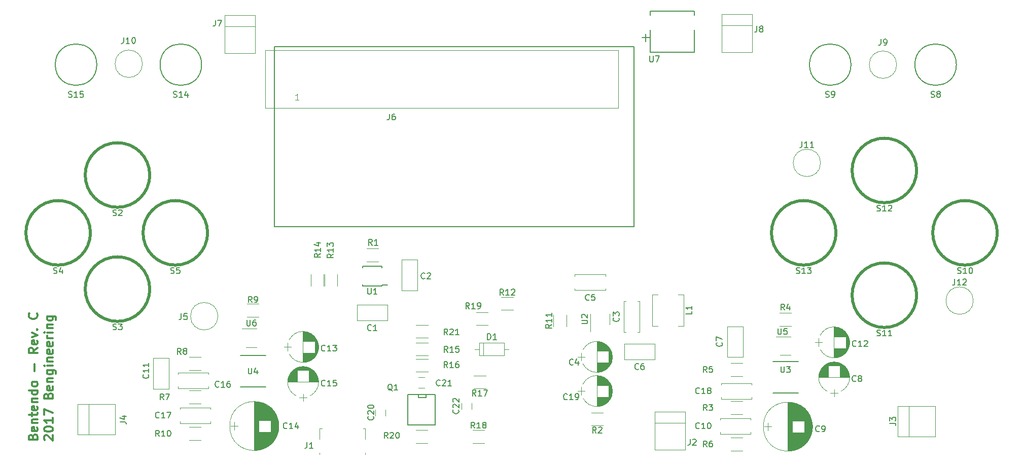
<source format=gto>
G04 #@! TF.FileFunction,Legend,Top*
%FSLAX46Y46*%
G04 Gerber Fmt 4.6, Leading zero omitted, Abs format (unit mm)*
G04 Created by KiCad (PCBNEW 4.0.7-e2-6376~58~ubuntu16.04.1) date Sun Sep 24 14:08:17 2017*
%MOMM*%
%LPD*%
G01*
G04 APERTURE LIST*
%ADD10C,0.100000*%
%ADD11C,0.300000*%
%ADD12C,0.200000*%
%ADD13C,0.120000*%
%ADD14C,0.150000*%
%ADD15C,0.500000*%
%ADD16C,0.152400*%
G04 APERTURE END LIST*
D10*
D11*
X73017857Y-134142857D02*
X73089286Y-133928571D01*
X73160714Y-133857143D01*
X73303571Y-133785714D01*
X73517857Y-133785714D01*
X73660714Y-133857143D01*
X73732143Y-133928571D01*
X73803571Y-134071429D01*
X73803571Y-134642857D01*
X72303571Y-134642857D01*
X72303571Y-134142857D01*
X72375000Y-134000000D01*
X72446429Y-133928571D01*
X72589286Y-133857143D01*
X72732143Y-133857143D01*
X72875000Y-133928571D01*
X72946429Y-134000000D01*
X73017857Y-134142857D01*
X73017857Y-134642857D01*
X73732143Y-132571429D02*
X73803571Y-132714286D01*
X73803571Y-133000000D01*
X73732143Y-133142857D01*
X73589286Y-133214286D01*
X73017857Y-133214286D01*
X72875000Y-133142857D01*
X72803571Y-133000000D01*
X72803571Y-132714286D01*
X72875000Y-132571429D01*
X73017857Y-132500000D01*
X73160714Y-132500000D01*
X73303571Y-133214286D01*
X72803571Y-131857143D02*
X73803571Y-131857143D01*
X72946429Y-131857143D02*
X72875000Y-131785715D01*
X72803571Y-131642857D01*
X72803571Y-131428572D01*
X72875000Y-131285715D01*
X73017857Y-131214286D01*
X73803571Y-131214286D01*
X72803571Y-130714286D02*
X72803571Y-130142857D01*
X72303571Y-130500000D02*
X73589286Y-130500000D01*
X73732143Y-130428572D01*
X73803571Y-130285714D01*
X73803571Y-130142857D01*
X73732143Y-129071429D02*
X73803571Y-129214286D01*
X73803571Y-129500000D01*
X73732143Y-129642857D01*
X73589286Y-129714286D01*
X73017857Y-129714286D01*
X72875000Y-129642857D01*
X72803571Y-129500000D01*
X72803571Y-129214286D01*
X72875000Y-129071429D01*
X73017857Y-129000000D01*
X73160714Y-129000000D01*
X73303571Y-129714286D01*
X72803571Y-128357143D02*
X73803571Y-128357143D01*
X72946429Y-128357143D02*
X72875000Y-128285715D01*
X72803571Y-128142857D01*
X72803571Y-127928572D01*
X72875000Y-127785715D01*
X73017857Y-127714286D01*
X73803571Y-127714286D01*
X73803571Y-126357143D02*
X72303571Y-126357143D01*
X73732143Y-126357143D02*
X73803571Y-126500000D01*
X73803571Y-126785714D01*
X73732143Y-126928572D01*
X73660714Y-127000000D01*
X73517857Y-127071429D01*
X73089286Y-127071429D01*
X72946429Y-127000000D01*
X72875000Y-126928572D01*
X72803571Y-126785714D01*
X72803571Y-126500000D01*
X72875000Y-126357143D01*
X73803571Y-125428571D02*
X73732143Y-125571429D01*
X73660714Y-125642857D01*
X73517857Y-125714286D01*
X73089286Y-125714286D01*
X72946429Y-125642857D01*
X72875000Y-125571429D01*
X72803571Y-125428571D01*
X72803571Y-125214286D01*
X72875000Y-125071429D01*
X72946429Y-125000000D01*
X73089286Y-124928571D01*
X73517857Y-124928571D01*
X73660714Y-125000000D01*
X73732143Y-125071429D01*
X73803571Y-125214286D01*
X73803571Y-125428571D01*
X73232143Y-123142857D02*
X73232143Y-122000000D01*
X73803571Y-119285714D02*
X73089286Y-119785714D01*
X73803571Y-120142857D02*
X72303571Y-120142857D01*
X72303571Y-119571429D01*
X72375000Y-119428571D01*
X72446429Y-119357143D01*
X72589286Y-119285714D01*
X72803571Y-119285714D01*
X72946429Y-119357143D01*
X73017857Y-119428571D01*
X73089286Y-119571429D01*
X73089286Y-120142857D01*
X73732143Y-118071429D02*
X73803571Y-118214286D01*
X73803571Y-118500000D01*
X73732143Y-118642857D01*
X73589286Y-118714286D01*
X73017857Y-118714286D01*
X72875000Y-118642857D01*
X72803571Y-118500000D01*
X72803571Y-118214286D01*
X72875000Y-118071429D01*
X73017857Y-118000000D01*
X73160714Y-118000000D01*
X73303571Y-118714286D01*
X72803571Y-117500000D02*
X73803571Y-117142857D01*
X72803571Y-116785715D01*
X73660714Y-116214286D02*
X73732143Y-116142858D01*
X73803571Y-116214286D01*
X73732143Y-116285715D01*
X73660714Y-116214286D01*
X73803571Y-116214286D01*
X73660714Y-113500000D02*
X73732143Y-113571429D01*
X73803571Y-113785715D01*
X73803571Y-113928572D01*
X73732143Y-114142857D01*
X73589286Y-114285715D01*
X73446429Y-114357143D01*
X73160714Y-114428572D01*
X72946429Y-114428572D01*
X72660714Y-114357143D01*
X72517857Y-114285715D01*
X72375000Y-114142857D01*
X72303571Y-113928572D01*
X72303571Y-113785715D01*
X72375000Y-113571429D01*
X72446429Y-113500000D01*
X74996429Y-134714286D02*
X74925000Y-134642857D01*
X74853571Y-134500000D01*
X74853571Y-134142857D01*
X74925000Y-134000000D01*
X74996429Y-133928571D01*
X75139286Y-133857143D01*
X75282143Y-133857143D01*
X75496429Y-133928571D01*
X76353571Y-134785714D01*
X76353571Y-133857143D01*
X74853571Y-132928572D02*
X74853571Y-132785715D01*
X74925000Y-132642858D01*
X74996429Y-132571429D01*
X75139286Y-132500000D01*
X75425000Y-132428572D01*
X75782143Y-132428572D01*
X76067857Y-132500000D01*
X76210714Y-132571429D01*
X76282143Y-132642858D01*
X76353571Y-132785715D01*
X76353571Y-132928572D01*
X76282143Y-133071429D01*
X76210714Y-133142858D01*
X76067857Y-133214286D01*
X75782143Y-133285715D01*
X75425000Y-133285715D01*
X75139286Y-133214286D01*
X74996429Y-133142858D01*
X74925000Y-133071429D01*
X74853571Y-132928572D01*
X76353571Y-131000001D02*
X76353571Y-131857144D01*
X76353571Y-131428572D02*
X74853571Y-131428572D01*
X75067857Y-131571429D01*
X75210714Y-131714287D01*
X75282143Y-131857144D01*
X74853571Y-130500001D02*
X74853571Y-129500001D01*
X76353571Y-130142858D01*
X75567857Y-127285716D02*
X75639286Y-127071430D01*
X75710714Y-127000002D01*
X75853571Y-126928573D01*
X76067857Y-126928573D01*
X76210714Y-127000002D01*
X76282143Y-127071430D01*
X76353571Y-127214288D01*
X76353571Y-127785716D01*
X74853571Y-127785716D01*
X74853571Y-127285716D01*
X74925000Y-127142859D01*
X74996429Y-127071430D01*
X75139286Y-127000002D01*
X75282143Y-127000002D01*
X75425000Y-127071430D01*
X75496429Y-127142859D01*
X75567857Y-127285716D01*
X75567857Y-127785716D01*
X76282143Y-125714288D02*
X76353571Y-125857145D01*
X76353571Y-126142859D01*
X76282143Y-126285716D01*
X76139286Y-126357145D01*
X75567857Y-126357145D01*
X75425000Y-126285716D01*
X75353571Y-126142859D01*
X75353571Y-125857145D01*
X75425000Y-125714288D01*
X75567857Y-125642859D01*
X75710714Y-125642859D01*
X75853571Y-126357145D01*
X75353571Y-125000002D02*
X76353571Y-125000002D01*
X75496429Y-125000002D02*
X75425000Y-124928574D01*
X75353571Y-124785716D01*
X75353571Y-124571431D01*
X75425000Y-124428574D01*
X75567857Y-124357145D01*
X76353571Y-124357145D01*
X75353571Y-123000002D02*
X76567857Y-123000002D01*
X76710714Y-123071431D01*
X76782143Y-123142859D01*
X76853571Y-123285716D01*
X76853571Y-123500002D01*
X76782143Y-123642859D01*
X76282143Y-123000002D02*
X76353571Y-123142859D01*
X76353571Y-123428573D01*
X76282143Y-123571431D01*
X76210714Y-123642859D01*
X76067857Y-123714288D01*
X75639286Y-123714288D01*
X75496429Y-123642859D01*
X75425000Y-123571431D01*
X75353571Y-123428573D01*
X75353571Y-123142859D01*
X75425000Y-123000002D01*
X76353571Y-122285716D02*
X75353571Y-122285716D01*
X74853571Y-122285716D02*
X74925000Y-122357145D01*
X74996429Y-122285716D01*
X74925000Y-122214288D01*
X74853571Y-122285716D01*
X74996429Y-122285716D01*
X75353571Y-121571430D02*
X76353571Y-121571430D01*
X75496429Y-121571430D02*
X75425000Y-121500002D01*
X75353571Y-121357144D01*
X75353571Y-121142859D01*
X75425000Y-121000002D01*
X75567857Y-120928573D01*
X76353571Y-120928573D01*
X76282143Y-119642859D02*
X76353571Y-119785716D01*
X76353571Y-120071430D01*
X76282143Y-120214287D01*
X76139286Y-120285716D01*
X75567857Y-120285716D01*
X75425000Y-120214287D01*
X75353571Y-120071430D01*
X75353571Y-119785716D01*
X75425000Y-119642859D01*
X75567857Y-119571430D01*
X75710714Y-119571430D01*
X75853571Y-120285716D01*
X76282143Y-118357145D02*
X76353571Y-118500002D01*
X76353571Y-118785716D01*
X76282143Y-118928573D01*
X76139286Y-119000002D01*
X75567857Y-119000002D01*
X75425000Y-118928573D01*
X75353571Y-118785716D01*
X75353571Y-118500002D01*
X75425000Y-118357145D01*
X75567857Y-118285716D01*
X75710714Y-118285716D01*
X75853571Y-119000002D01*
X76353571Y-117642859D02*
X75353571Y-117642859D01*
X75639286Y-117642859D02*
X75496429Y-117571431D01*
X75425000Y-117500002D01*
X75353571Y-117357145D01*
X75353571Y-117214288D01*
X76353571Y-116714288D02*
X75353571Y-116714288D01*
X74853571Y-116714288D02*
X74925000Y-116785717D01*
X74996429Y-116714288D01*
X74925000Y-116642860D01*
X74853571Y-116714288D01*
X74996429Y-116714288D01*
X75353571Y-116000002D02*
X76353571Y-116000002D01*
X75496429Y-116000002D02*
X75425000Y-115928574D01*
X75353571Y-115785716D01*
X75353571Y-115571431D01*
X75425000Y-115428574D01*
X75567857Y-115357145D01*
X76353571Y-115357145D01*
X75353571Y-114000002D02*
X76567857Y-114000002D01*
X76710714Y-114071431D01*
X76782143Y-114142859D01*
X76853571Y-114285716D01*
X76853571Y-114500002D01*
X76782143Y-114642859D01*
X76282143Y-114000002D02*
X76353571Y-114142859D01*
X76353571Y-114428573D01*
X76282143Y-114571431D01*
X76210714Y-114642859D01*
X76067857Y-114714288D01*
X75639286Y-114714288D01*
X75496429Y-114642859D01*
X75425000Y-114571431D01*
X75353571Y-114428573D01*
X75353571Y-114142859D01*
X75425000Y-114000002D01*
D12*
X113324000Y-99020000D02*
X113324000Y-69020000D01*
X173324000Y-99020000D02*
X113324000Y-99020000D01*
X173324000Y-69020000D02*
X173324000Y-99020000D01*
X113324000Y-69020000D02*
X173324000Y-69020000D01*
D13*
X132201000Y-114715000D02*
X127081000Y-114715000D01*
X132201000Y-112095000D02*
X127081000Y-112095000D01*
X132201000Y-114715000D02*
X132201000Y-112095000D01*
X127081000Y-114715000D02*
X127081000Y-112095000D01*
X171664000Y-116646000D02*
X171664000Y-111526000D01*
X174284000Y-116646000D02*
X174284000Y-111526000D01*
X171664000Y-116646000D02*
X171978000Y-116646000D01*
X173970000Y-116646000D02*
X174284000Y-116646000D01*
X171664000Y-111526000D02*
X171978000Y-111526000D01*
X173970000Y-111526000D02*
X174284000Y-111526000D01*
X169441722Y-119614277D02*
G75*
G03X164830420Y-119614000I-2305722J-1179723D01*
G01*
X169441722Y-121973723D02*
G75*
G02X164830420Y-121974000I-2305722J1179723D01*
G01*
X169441722Y-121973723D02*
G75*
G03X169441580Y-119614000I-2305722J1179723D01*
G01*
X167136000Y-118244000D02*
X167136000Y-123344000D01*
X167176000Y-118244000D02*
X167176000Y-119814000D01*
X167176000Y-121774000D02*
X167176000Y-123344000D01*
X167216000Y-118245000D02*
X167216000Y-119814000D01*
X167216000Y-121774000D02*
X167216000Y-123343000D01*
X167256000Y-118246000D02*
X167256000Y-119814000D01*
X167256000Y-121774000D02*
X167256000Y-123342000D01*
X167296000Y-118248000D02*
X167296000Y-119814000D01*
X167296000Y-121774000D02*
X167296000Y-123340000D01*
X167336000Y-118251000D02*
X167336000Y-119814000D01*
X167336000Y-121774000D02*
X167336000Y-123337000D01*
X167376000Y-118255000D02*
X167376000Y-119814000D01*
X167376000Y-121774000D02*
X167376000Y-123333000D01*
X167416000Y-118259000D02*
X167416000Y-119814000D01*
X167416000Y-121774000D02*
X167416000Y-123329000D01*
X167456000Y-118263000D02*
X167456000Y-119814000D01*
X167456000Y-121774000D02*
X167456000Y-123325000D01*
X167496000Y-118269000D02*
X167496000Y-119814000D01*
X167496000Y-121774000D02*
X167496000Y-123319000D01*
X167536000Y-118275000D02*
X167536000Y-119814000D01*
X167536000Y-121774000D02*
X167536000Y-123313000D01*
X167576000Y-118281000D02*
X167576000Y-119814000D01*
X167576000Y-121774000D02*
X167576000Y-123307000D01*
X167616000Y-118288000D02*
X167616000Y-119814000D01*
X167616000Y-121774000D02*
X167616000Y-123300000D01*
X167656000Y-118296000D02*
X167656000Y-119814000D01*
X167656000Y-121774000D02*
X167656000Y-123292000D01*
X167696000Y-118305000D02*
X167696000Y-119814000D01*
X167696000Y-121774000D02*
X167696000Y-123283000D01*
X167736000Y-118314000D02*
X167736000Y-119814000D01*
X167736000Y-121774000D02*
X167736000Y-123274000D01*
X167776000Y-118324000D02*
X167776000Y-119814000D01*
X167776000Y-121774000D02*
X167776000Y-123264000D01*
X167816000Y-118334000D02*
X167816000Y-119814000D01*
X167816000Y-121774000D02*
X167816000Y-123254000D01*
X167857000Y-118346000D02*
X167857000Y-119814000D01*
X167857000Y-121774000D02*
X167857000Y-123242000D01*
X167897000Y-118358000D02*
X167897000Y-119814000D01*
X167897000Y-121774000D02*
X167897000Y-123230000D01*
X167937000Y-118370000D02*
X167937000Y-119814000D01*
X167937000Y-121774000D02*
X167937000Y-123218000D01*
X167977000Y-118384000D02*
X167977000Y-119814000D01*
X167977000Y-121774000D02*
X167977000Y-123204000D01*
X168017000Y-118398000D02*
X168017000Y-119814000D01*
X168017000Y-121774000D02*
X168017000Y-123190000D01*
X168057000Y-118412000D02*
X168057000Y-119814000D01*
X168057000Y-121774000D02*
X168057000Y-123176000D01*
X168097000Y-118428000D02*
X168097000Y-119814000D01*
X168097000Y-121774000D02*
X168097000Y-123160000D01*
X168137000Y-118444000D02*
X168137000Y-119814000D01*
X168137000Y-121774000D02*
X168137000Y-123144000D01*
X168177000Y-118461000D02*
X168177000Y-119814000D01*
X168177000Y-121774000D02*
X168177000Y-123127000D01*
X168217000Y-118479000D02*
X168217000Y-119814000D01*
X168217000Y-121774000D02*
X168217000Y-123109000D01*
X168257000Y-118498000D02*
X168257000Y-119814000D01*
X168257000Y-121774000D02*
X168257000Y-123090000D01*
X168297000Y-118518000D02*
X168297000Y-119814000D01*
X168297000Y-121774000D02*
X168297000Y-123070000D01*
X168337000Y-118538000D02*
X168337000Y-119814000D01*
X168337000Y-121774000D02*
X168337000Y-123050000D01*
X168377000Y-118560000D02*
X168377000Y-119814000D01*
X168377000Y-121774000D02*
X168377000Y-123028000D01*
X168417000Y-118582000D02*
X168417000Y-119814000D01*
X168417000Y-121774000D02*
X168417000Y-123006000D01*
X168457000Y-118605000D02*
X168457000Y-119814000D01*
X168457000Y-121774000D02*
X168457000Y-122983000D01*
X168497000Y-118629000D02*
X168497000Y-119814000D01*
X168497000Y-121774000D02*
X168497000Y-122959000D01*
X168537000Y-118654000D02*
X168537000Y-119814000D01*
X168537000Y-121774000D02*
X168537000Y-122934000D01*
X168577000Y-118681000D02*
X168577000Y-119814000D01*
X168577000Y-121774000D02*
X168577000Y-122907000D01*
X168617000Y-118708000D02*
X168617000Y-119814000D01*
X168617000Y-121774000D02*
X168617000Y-122880000D01*
X168657000Y-118736000D02*
X168657000Y-119814000D01*
X168657000Y-121774000D02*
X168657000Y-122852000D01*
X168697000Y-118766000D02*
X168697000Y-119814000D01*
X168697000Y-121774000D02*
X168697000Y-122822000D01*
X168737000Y-118797000D02*
X168737000Y-119814000D01*
X168737000Y-121774000D02*
X168737000Y-122791000D01*
X168777000Y-118829000D02*
X168777000Y-119814000D01*
X168777000Y-121774000D02*
X168777000Y-122759000D01*
X168817000Y-118862000D02*
X168817000Y-119814000D01*
X168817000Y-121774000D02*
X168817000Y-122726000D01*
X168857000Y-118897000D02*
X168857000Y-119814000D01*
X168857000Y-121774000D02*
X168857000Y-122691000D01*
X168897000Y-118933000D02*
X168897000Y-119814000D01*
X168897000Y-121774000D02*
X168897000Y-122655000D01*
X168937000Y-118971000D02*
X168937000Y-119814000D01*
X168937000Y-121774000D02*
X168937000Y-122617000D01*
X168977000Y-119011000D02*
X168977000Y-119814000D01*
X168977000Y-121774000D02*
X168977000Y-122577000D01*
X169017000Y-119052000D02*
X169017000Y-119814000D01*
X169017000Y-121774000D02*
X169017000Y-122536000D01*
X169057000Y-119095000D02*
X169057000Y-119814000D01*
X169057000Y-121774000D02*
X169057000Y-122493000D01*
X169097000Y-119140000D02*
X169097000Y-119814000D01*
X169097000Y-121774000D02*
X169097000Y-122448000D01*
X169137000Y-119188000D02*
X169137000Y-122400000D01*
X169177000Y-119238000D02*
X169177000Y-122350000D01*
X169217000Y-119290000D02*
X169217000Y-122298000D01*
X169257000Y-119346000D02*
X169257000Y-122242000D01*
X169297000Y-119404000D02*
X169297000Y-122184000D01*
X169337000Y-119467000D02*
X169337000Y-122121000D01*
X169377000Y-119533000D02*
X169377000Y-122055000D01*
X169417000Y-119605000D02*
X169417000Y-121983000D01*
X169457000Y-119682000D02*
X169457000Y-121906000D01*
X169497000Y-119766000D02*
X169497000Y-121822000D01*
X169537000Y-119860000D02*
X169537000Y-121728000D01*
X169577000Y-119965000D02*
X169577000Y-121623000D01*
X169617000Y-120087000D02*
X169617000Y-121501000D01*
X169657000Y-120235000D02*
X169657000Y-121353000D01*
X169697000Y-120440000D02*
X169697000Y-121148000D01*
X163936000Y-120794000D02*
X165136000Y-120794000D01*
X164536000Y-120144000D02*
X164536000Y-121444000D01*
X168596000Y-109654000D02*
X163476000Y-109654000D01*
X168596000Y-107034000D02*
X163476000Y-107034000D01*
X168596000Y-109654000D02*
X168596000Y-109340000D01*
X168596000Y-107348000D02*
X168596000Y-107034000D01*
X163476000Y-109654000D02*
X163476000Y-109340000D01*
X163476000Y-107348000D02*
X163476000Y-107034000D01*
X176824000Y-121198000D02*
X171704000Y-121198000D01*
X176824000Y-118578000D02*
X171704000Y-118578000D01*
X176824000Y-121198000D02*
X176824000Y-118578000D01*
X171704000Y-121198000D02*
X171704000Y-118578000D01*
X188890000Y-120810000D02*
X188890000Y-115690000D01*
X191510000Y-120810000D02*
X191510000Y-115690000D01*
X188890000Y-120810000D02*
X191510000Y-120810000D01*
X188890000Y-115690000D02*
X191510000Y-115690000D01*
X203120000Y-132440000D02*
G75*
G03X203120000Y-132440000I-4090000J0D01*
G01*
X199030000Y-128390000D02*
X199030000Y-136490000D01*
X199070000Y-128390000D02*
X199070000Y-136490000D01*
X199110000Y-128390000D02*
X199110000Y-136490000D01*
X199150000Y-128391000D02*
X199150000Y-136489000D01*
X199190000Y-128393000D02*
X199190000Y-136487000D01*
X199230000Y-128394000D02*
X199230000Y-136486000D01*
X199270000Y-128397000D02*
X199270000Y-136483000D01*
X199310000Y-128399000D02*
X199310000Y-136481000D01*
X199350000Y-128402000D02*
X199350000Y-136478000D01*
X199390000Y-128405000D02*
X199390000Y-136475000D01*
X199430000Y-128409000D02*
X199430000Y-136471000D01*
X199470000Y-128413000D02*
X199470000Y-136467000D01*
X199510000Y-128418000D02*
X199510000Y-136462000D01*
X199550000Y-128423000D02*
X199550000Y-136457000D01*
X199590000Y-128428000D02*
X199590000Y-136452000D01*
X199630000Y-128434000D02*
X199630000Y-136446000D01*
X199670000Y-128440000D02*
X199670000Y-136440000D01*
X199710000Y-128446000D02*
X199710000Y-136434000D01*
X199751000Y-128453000D02*
X199751000Y-136427000D01*
X199791000Y-128461000D02*
X199791000Y-136419000D01*
X199831000Y-128469000D02*
X199831000Y-131460000D01*
X199831000Y-133420000D02*
X199831000Y-136411000D01*
X199871000Y-128477000D02*
X199871000Y-131460000D01*
X199871000Y-133420000D02*
X199871000Y-136403000D01*
X199911000Y-128485000D02*
X199911000Y-131460000D01*
X199911000Y-133420000D02*
X199911000Y-136395000D01*
X199951000Y-128494000D02*
X199951000Y-131460000D01*
X199951000Y-133420000D02*
X199951000Y-136386000D01*
X199991000Y-128504000D02*
X199991000Y-131460000D01*
X199991000Y-133420000D02*
X199991000Y-136376000D01*
X200031000Y-128514000D02*
X200031000Y-131460000D01*
X200031000Y-133420000D02*
X200031000Y-136366000D01*
X200071000Y-128524000D02*
X200071000Y-131460000D01*
X200071000Y-133420000D02*
X200071000Y-136356000D01*
X200111000Y-128535000D02*
X200111000Y-131460000D01*
X200111000Y-133420000D02*
X200111000Y-136345000D01*
X200151000Y-128546000D02*
X200151000Y-131460000D01*
X200151000Y-133420000D02*
X200151000Y-136334000D01*
X200191000Y-128557000D02*
X200191000Y-131460000D01*
X200191000Y-133420000D02*
X200191000Y-136323000D01*
X200231000Y-128570000D02*
X200231000Y-131460000D01*
X200231000Y-133420000D02*
X200231000Y-136310000D01*
X200271000Y-128582000D02*
X200271000Y-131460000D01*
X200271000Y-133420000D02*
X200271000Y-136298000D01*
X200311000Y-128595000D02*
X200311000Y-131460000D01*
X200311000Y-133420000D02*
X200311000Y-136285000D01*
X200351000Y-128608000D02*
X200351000Y-131460000D01*
X200351000Y-133420000D02*
X200351000Y-136272000D01*
X200391000Y-128622000D02*
X200391000Y-131460000D01*
X200391000Y-133420000D02*
X200391000Y-136258000D01*
X200431000Y-128637000D02*
X200431000Y-131460000D01*
X200431000Y-133420000D02*
X200431000Y-136243000D01*
X200471000Y-128651000D02*
X200471000Y-131460000D01*
X200471000Y-133420000D02*
X200471000Y-136229000D01*
X200511000Y-128667000D02*
X200511000Y-131460000D01*
X200511000Y-133420000D02*
X200511000Y-136213000D01*
X200551000Y-128682000D02*
X200551000Y-131460000D01*
X200551000Y-133420000D02*
X200551000Y-136198000D01*
X200591000Y-128699000D02*
X200591000Y-131460000D01*
X200591000Y-133420000D02*
X200591000Y-136181000D01*
X200631000Y-128715000D02*
X200631000Y-131460000D01*
X200631000Y-133420000D02*
X200631000Y-136165000D01*
X200671000Y-128733000D02*
X200671000Y-131460000D01*
X200671000Y-133420000D02*
X200671000Y-136147000D01*
X200711000Y-128750000D02*
X200711000Y-131460000D01*
X200711000Y-133420000D02*
X200711000Y-136130000D01*
X200751000Y-128769000D02*
X200751000Y-131460000D01*
X200751000Y-133420000D02*
X200751000Y-136111000D01*
X200791000Y-128788000D02*
X200791000Y-131460000D01*
X200791000Y-133420000D02*
X200791000Y-136092000D01*
X200831000Y-128807000D02*
X200831000Y-131460000D01*
X200831000Y-133420000D02*
X200831000Y-136073000D01*
X200871000Y-128827000D02*
X200871000Y-131460000D01*
X200871000Y-133420000D02*
X200871000Y-136053000D01*
X200911000Y-128847000D02*
X200911000Y-131460000D01*
X200911000Y-133420000D02*
X200911000Y-136033000D01*
X200951000Y-128868000D02*
X200951000Y-131460000D01*
X200951000Y-133420000D02*
X200951000Y-136012000D01*
X200991000Y-128890000D02*
X200991000Y-131460000D01*
X200991000Y-133420000D02*
X200991000Y-135990000D01*
X201031000Y-128912000D02*
X201031000Y-131460000D01*
X201031000Y-133420000D02*
X201031000Y-135968000D01*
X201071000Y-128935000D02*
X201071000Y-131460000D01*
X201071000Y-133420000D02*
X201071000Y-135945000D01*
X201111000Y-128958000D02*
X201111000Y-131460000D01*
X201111000Y-133420000D02*
X201111000Y-135922000D01*
X201151000Y-128982000D02*
X201151000Y-131460000D01*
X201151000Y-133420000D02*
X201151000Y-135898000D01*
X201191000Y-129006000D02*
X201191000Y-131460000D01*
X201191000Y-133420000D02*
X201191000Y-135874000D01*
X201231000Y-129032000D02*
X201231000Y-131460000D01*
X201231000Y-133420000D02*
X201231000Y-135848000D01*
X201271000Y-129057000D02*
X201271000Y-131460000D01*
X201271000Y-133420000D02*
X201271000Y-135823000D01*
X201311000Y-129084000D02*
X201311000Y-131460000D01*
X201311000Y-133420000D02*
X201311000Y-135796000D01*
X201351000Y-129111000D02*
X201351000Y-131460000D01*
X201351000Y-133420000D02*
X201351000Y-135769000D01*
X201391000Y-129139000D02*
X201391000Y-131460000D01*
X201391000Y-133420000D02*
X201391000Y-135741000D01*
X201431000Y-129168000D02*
X201431000Y-131460000D01*
X201431000Y-133420000D02*
X201431000Y-135712000D01*
X201471000Y-129197000D02*
X201471000Y-131460000D01*
X201471000Y-133420000D02*
X201471000Y-135683000D01*
X201511000Y-129227000D02*
X201511000Y-131460000D01*
X201511000Y-133420000D02*
X201511000Y-135653000D01*
X201551000Y-129258000D02*
X201551000Y-131460000D01*
X201551000Y-133420000D02*
X201551000Y-135622000D01*
X201591000Y-129290000D02*
X201591000Y-131460000D01*
X201591000Y-133420000D02*
X201591000Y-135590000D01*
X201631000Y-129322000D02*
X201631000Y-131460000D01*
X201631000Y-133420000D02*
X201631000Y-135558000D01*
X201671000Y-129356000D02*
X201671000Y-131460000D01*
X201671000Y-133420000D02*
X201671000Y-135524000D01*
X201711000Y-129390000D02*
X201711000Y-131460000D01*
X201711000Y-133420000D02*
X201711000Y-135490000D01*
X201751000Y-129425000D02*
X201751000Y-131460000D01*
X201751000Y-133420000D02*
X201751000Y-135455000D01*
X201791000Y-129461000D02*
X201791000Y-135419000D01*
X201831000Y-129498000D02*
X201831000Y-135382000D01*
X201871000Y-129536000D02*
X201871000Y-135344000D01*
X201911000Y-129575000D02*
X201911000Y-135305000D01*
X201951000Y-129616000D02*
X201951000Y-135264000D01*
X201991000Y-129657000D02*
X201991000Y-135223000D01*
X202031000Y-129700000D02*
X202031000Y-135180000D01*
X202071000Y-129743000D02*
X202071000Y-135137000D01*
X202111000Y-129788000D02*
X202111000Y-135092000D01*
X202151000Y-129835000D02*
X202151000Y-135045000D01*
X202191000Y-129883000D02*
X202191000Y-134997000D01*
X202231000Y-129932000D02*
X202231000Y-134948000D01*
X202271000Y-129983000D02*
X202271000Y-134897000D01*
X202311000Y-130036000D02*
X202311000Y-134844000D01*
X202351000Y-130091000D02*
X202351000Y-134789000D01*
X202391000Y-130147000D02*
X202391000Y-134733000D01*
X202431000Y-130206000D02*
X202431000Y-134674000D01*
X202471000Y-130267000D02*
X202471000Y-134613000D01*
X202511000Y-130331000D02*
X202511000Y-134549000D01*
X202551000Y-130397000D02*
X202551000Y-134483000D01*
X202591000Y-130466000D02*
X202591000Y-134414000D01*
X202631000Y-130538000D02*
X202631000Y-134342000D01*
X202671000Y-130614000D02*
X202671000Y-134266000D01*
X202711000Y-130695000D02*
X202711000Y-134185000D01*
X202751000Y-130780000D02*
X202751000Y-134100000D01*
X202791000Y-130870000D02*
X202791000Y-134010000D01*
X202831000Y-130967000D02*
X202831000Y-133913000D01*
X202871000Y-131071000D02*
X202871000Y-133809000D01*
X202911000Y-131186000D02*
X202911000Y-133694000D01*
X202951000Y-131313000D02*
X202951000Y-133567000D01*
X202991000Y-131457000D02*
X202991000Y-133423000D01*
X203031000Y-131626000D02*
X203031000Y-133254000D01*
X203071000Y-131842000D02*
X203071000Y-133038000D01*
X203111000Y-132194000D02*
X203111000Y-132686000D01*
X195080000Y-132440000D02*
X196280000Y-132440000D01*
X195680000Y-131790000D02*
X195680000Y-133090000D01*
X192846000Y-133644000D02*
X187726000Y-133644000D01*
X192846000Y-131024000D02*
X187726000Y-131024000D01*
X192846000Y-133644000D02*
X192846000Y-133330000D01*
X192846000Y-131338000D02*
X192846000Y-131024000D01*
X187726000Y-133644000D02*
X187726000Y-133330000D01*
X187726000Y-131338000D02*
X187726000Y-131024000D01*
X95710000Y-120990000D02*
X95710000Y-126110000D01*
X93090000Y-120990000D02*
X93090000Y-126110000D01*
X95710000Y-120990000D02*
X93090000Y-120990000D01*
X95710000Y-126110000D02*
X93090000Y-126110000D01*
X114044000Y-132334000D02*
G75*
G03X114044000Y-132334000I-4090000J0D01*
G01*
X109954000Y-128284000D02*
X109954000Y-136384000D01*
X109994000Y-128284000D02*
X109994000Y-136384000D01*
X110034000Y-128284000D02*
X110034000Y-136384000D01*
X110074000Y-128285000D02*
X110074000Y-136383000D01*
X110114000Y-128287000D02*
X110114000Y-136381000D01*
X110154000Y-128288000D02*
X110154000Y-136380000D01*
X110194000Y-128291000D02*
X110194000Y-136377000D01*
X110234000Y-128293000D02*
X110234000Y-136375000D01*
X110274000Y-128296000D02*
X110274000Y-136372000D01*
X110314000Y-128299000D02*
X110314000Y-136369000D01*
X110354000Y-128303000D02*
X110354000Y-136365000D01*
X110394000Y-128307000D02*
X110394000Y-136361000D01*
X110434000Y-128312000D02*
X110434000Y-136356000D01*
X110474000Y-128317000D02*
X110474000Y-136351000D01*
X110514000Y-128322000D02*
X110514000Y-136346000D01*
X110554000Y-128328000D02*
X110554000Y-136340000D01*
X110594000Y-128334000D02*
X110594000Y-136334000D01*
X110634000Y-128340000D02*
X110634000Y-136328000D01*
X110675000Y-128347000D02*
X110675000Y-136321000D01*
X110715000Y-128355000D02*
X110715000Y-136313000D01*
X110755000Y-128363000D02*
X110755000Y-131354000D01*
X110755000Y-133314000D02*
X110755000Y-136305000D01*
X110795000Y-128371000D02*
X110795000Y-131354000D01*
X110795000Y-133314000D02*
X110795000Y-136297000D01*
X110835000Y-128379000D02*
X110835000Y-131354000D01*
X110835000Y-133314000D02*
X110835000Y-136289000D01*
X110875000Y-128388000D02*
X110875000Y-131354000D01*
X110875000Y-133314000D02*
X110875000Y-136280000D01*
X110915000Y-128398000D02*
X110915000Y-131354000D01*
X110915000Y-133314000D02*
X110915000Y-136270000D01*
X110955000Y-128408000D02*
X110955000Y-131354000D01*
X110955000Y-133314000D02*
X110955000Y-136260000D01*
X110995000Y-128418000D02*
X110995000Y-131354000D01*
X110995000Y-133314000D02*
X110995000Y-136250000D01*
X111035000Y-128429000D02*
X111035000Y-131354000D01*
X111035000Y-133314000D02*
X111035000Y-136239000D01*
X111075000Y-128440000D02*
X111075000Y-131354000D01*
X111075000Y-133314000D02*
X111075000Y-136228000D01*
X111115000Y-128451000D02*
X111115000Y-131354000D01*
X111115000Y-133314000D02*
X111115000Y-136217000D01*
X111155000Y-128464000D02*
X111155000Y-131354000D01*
X111155000Y-133314000D02*
X111155000Y-136204000D01*
X111195000Y-128476000D02*
X111195000Y-131354000D01*
X111195000Y-133314000D02*
X111195000Y-136192000D01*
X111235000Y-128489000D02*
X111235000Y-131354000D01*
X111235000Y-133314000D02*
X111235000Y-136179000D01*
X111275000Y-128502000D02*
X111275000Y-131354000D01*
X111275000Y-133314000D02*
X111275000Y-136166000D01*
X111315000Y-128516000D02*
X111315000Y-131354000D01*
X111315000Y-133314000D02*
X111315000Y-136152000D01*
X111355000Y-128531000D02*
X111355000Y-131354000D01*
X111355000Y-133314000D02*
X111355000Y-136137000D01*
X111395000Y-128545000D02*
X111395000Y-131354000D01*
X111395000Y-133314000D02*
X111395000Y-136123000D01*
X111435000Y-128561000D02*
X111435000Y-131354000D01*
X111435000Y-133314000D02*
X111435000Y-136107000D01*
X111475000Y-128576000D02*
X111475000Y-131354000D01*
X111475000Y-133314000D02*
X111475000Y-136092000D01*
X111515000Y-128593000D02*
X111515000Y-131354000D01*
X111515000Y-133314000D02*
X111515000Y-136075000D01*
X111555000Y-128609000D02*
X111555000Y-131354000D01*
X111555000Y-133314000D02*
X111555000Y-136059000D01*
X111595000Y-128627000D02*
X111595000Y-131354000D01*
X111595000Y-133314000D02*
X111595000Y-136041000D01*
X111635000Y-128644000D02*
X111635000Y-131354000D01*
X111635000Y-133314000D02*
X111635000Y-136024000D01*
X111675000Y-128663000D02*
X111675000Y-131354000D01*
X111675000Y-133314000D02*
X111675000Y-136005000D01*
X111715000Y-128682000D02*
X111715000Y-131354000D01*
X111715000Y-133314000D02*
X111715000Y-135986000D01*
X111755000Y-128701000D02*
X111755000Y-131354000D01*
X111755000Y-133314000D02*
X111755000Y-135967000D01*
X111795000Y-128721000D02*
X111795000Y-131354000D01*
X111795000Y-133314000D02*
X111795000Y-135947000D01*
X111835000Y-128741000D02*
X111835000Y-131354000D01*
X111835000Y-133314000D02*
X111835000Y-135927000D01*
X111875000Y-128762000D02*
X111875000Y-131354000D01*
X111875000Y-133314000D02*
X111875000Y-135906000D01*
X111915000Y-128784000D02*
X111915000Y-131354000D01*
X111915000Y-133314000D02*
X111915000Y-135884000D01*
X111955000Y-128806000D02*
X111955000Y-131354000D01*
X111955000Y-133314000D02*
X111955000Y-135862000D01*
X111995000Y-128829000D02*
X111995000Y-131354000D01*
X111995000Y-133314000D02*
X111995000Y-135839000D01*
X112035000Y-128852000D02*
X112035000Y-131354000D01*
X112035000Y-133314000D02*
X112035000Y-135816000D01*
X112075000Y-128876000D02*
X112075000Y-131354000D01*
X112075000Y-133314000D02*
X112075000Y-135792000D01*
X112115000Y-128900000D02*
X112115000Y-131354000D01*
X112115000Y-133314000D02*
X112115000Y-135768000D01*
X112155000Y-128926000D02*
X112155000Y-131354000D01*
X112155000Y-133314000D02*
X112155000Y-135742000D01*
X112195000Y-128951000D02*
X112195000Y-131354000D01*
X112195000Y-133314000D02*
X112195000Y-135717000D01*
X112235000Y-128978000D02*
X112235000Y-131354000D01*
X112235000Y-133314000D02*
X112235000Y-135690000D01*
X112275000Y-129005000D02*
X112275000Y-131354000D01*
X112275000Y-133314000D02*
X112275000Y-135663000D01*
X112315000Y-129033000D02*
X112315000Y-131354000D01*
X112315000Y-133314000D02*
X112315000Y-135635000D01*
X112355000Y-129062000D02*
X112355000Y-131354000D01*
X112355000Y-133314000D02*
X112355000Y-135606000D01*
X112395000Y-129091000D02*
X112395000Y-131354000D01*
X112395000Y-133314000D02*
X112395000Y-135577000D01*
X112435000Y-129121000D02*
X112435000Y-131354000D01*
X112435000Y-133314000D02*
X112435000Y-135547000D01*
X112475000Y-129152000D02*
X112475000Y-131354000D01*
X112475000Y-133314000D02*
X112475000Y-135516000D01*
X112515000Y-129184000D02*
X112515000Y-131354000D01*
X112515000Y-133314000D02*
X112515000Y-135484000D01*
X112555000Y-129216000D02*
X112555000Y-131354000D01*
X112555000Y-133314000D02*
X112555000Y-135452000D01*
X112595000Y-129250000D02*
X112595000Y-131354000D01*
X112595000Y-133314000D02*
X112595000Y-135418000D01*
X112635000Y-129284000D02*
X112635000Y-131354000D01*
X112635000Y-133314000D02*
X112635000Y-135384000D01*
X112675000Y-129319000D02*
X112675000Y-131354000D01*
X112675000Y-133314000D02*
X112675000Y-135349000D01*
X112715000Y-129355000D02*
X112715000Y-135313000D01*
X112755000Y-129392000D02*
X112755000Y-135276000D01*
X112795000Y-129430000D02*
X112795000Y-135238000D01*
X112835000Y-129469000D02*
X112835000Y-135199000D01*
X112875000Y-129510000D02*
X112875000Y-135158000D01*
X112915000Y-129551000D02*
X112915000Y-135117000D01*
X112955000Y-129594000D02*
X112955000Y-135074000D01*
X112995000Y-129637000D02*
X112995000Y-135031000D01*
X113035000Y-129682000D02*
X113035000Y-134986000D01*
X113075000Y-129729000D02*
X113075000Y-134939000D01*
X113115000Y-129777000D02*
X113115000Y-134891000D01*
X113155000Y-129826000D02*
X113155000Y-134842000D01*
X113195000Y-129877000D02*
X113195000Y-134791000D01*
X113235000Y-129930000D02*
X113235000Y-134738000D01*
X113275000Y-129985000D02*
X113275000Y-134683000D01*
X113315000Y-130041000D02*
X113315000Y-134627000D01*
X113355000Y-130100000D02*
X113355000Y-134568000D01*
X113395000Y-130161000D02*
X113395000Y-134507000D01*
X113435000Y-130225000D02*
X113435000Y-134443000D01*
X113475000Y-130291000D02*
X113475000Y-134377000D01*
X113515000Y-130360000D02*
X113515000Y-134308000D01*
X113555000Y-130432000D02*
X113555000Y-134236000D01*
X113595000Y-130508000D02*
X113595000Y-134160000D01*
X113635000Y-130589000D02*
X113635000Y-134079000D01*
X113675000Y-130674000D02*
X113675000Y-133994000D01*
X113715000Y-130764000D02*
X113715000Y-133904000D01*
X113755000Y-130861000D02*
X113755000Y-133807000D01*
X113795000Y-130965000D02*
X113795000Y-133703000D01*
X113835000Y-131080000D02*
X113835000Y-133588000D01*
X113875000Y-131207000D02*
X113875000Y-133461000D01*
X113915000Y-131351000D02*
X113915000Y-133317000D01*
X113955000Y-131520000D02*
X113955000Y-133148000D01*
X113995000Y-131736000D02*
X113995000Y-132932000D01*
X114035000Y-132088000D02*
X114035000Y-132580000D01*
X106004000Y-132334000D02*
X107204000Y-132334000D01*
X106604000Y-131684000D02*
X106604000Y-132984000D01*
X97222000Y-123404000D02*
X102342000Y-123404000D01*
X97222000Y-126024000D02*
X102342000Y-126024000D01*
X97222000Y-123404000D02*
X97222000Y-123718000D01*
X97222000Y-125710000D02*
X97222000Y-126024000D01*
X102342000Y-123404000D02*
X102342000Y-123718000D01*
X102342000Y-125710000D02*
X102342000Y-126024000D01*
X102676000Y-131866000D02*
X97556000Y-131866000D01*
X102676000Y-129246000D02*
X97556000Y-129246000D01*
X102676000Y-131866000D02*
X102676000Y-131552000D01*
X102676000Y-129560000D02*
X102676000Y-129246000D01*
X97556000Y-131866000D02*
X97556000Y-131552000D01*
X97556000Y-129560000D02*
X97556000Y-129246000D01*
X187900000Y-125182000D02*
X193020000Y-125182000D01*
X187900000Y-127802000D02*
X193020000Y-127802000D01*
X187900000Y-125182000D02*
X187900000Y-125496000D01*
X187900000Y-127488000D02*
X187900000Y-127802000D01*
X193020000Y-125182000D02*
X193020000Y-125496000D01*
X193020000Y-127488000D02*
X193020000Y-127802000D01*
X128510000Y-132790000D02*
X128130000Y-132790000D01*
X128510000Y-136840000D02*
X128510000Y-137100000D01*
X128510000Y-132790000D02*
X128510000Y-134560000D01*
X120890000Y-132790000D02*
X121270000Y-132790000D01*
X120890000Y-134560000D02*
X120890000Y-132790000D01*
X120890000Y-137100000D02*
X120890000Y-136840000D01*
X181864000Y-131826000D02*
X176784000Y-131826000D01*
X181864000Y-136266000D02*
X176784000Y-136266000D01*
X176784000Y-129926000D02*
X181864000Y-129926000D01*
X176784000Y-129926000D02*
X176784000Y-136266000D01*
X181864000Y-129926000D02*
X181864000Y-136266000D01*
X219230000Y-128990000D02*
X219230000Y-134070000D01*
X223670000Y-128990000D02*
X223670000Y-134070000D01*
X217330000Y-134070000D02*
X217330000Y-128990000D01*
X217330000Y-134070000D02*
X223670000Y-134070000D01*
X217330000Y-128990000D02*
X223670000Y-128990000D01*
X82330000Y-128690000D02*
X82330000Y-133770000D01*
X86770000Y-128690000D02*
X86770000Y-133770000D01*
X80430000Y-133770000D02*
X80430000Y-128690000D01*
X80430000Y-133770000D02*
X86770000Y-133770000D01*
X80430000Y-128690000D02*
X86770000Y-128690000D01*
X111764000Y-69622000D02*
X170684000Y-69622000D01*
X170684000Y-69622000D02*
X170684000Y-79222000D01*
X170684000Y-79222000D02*
X111764000Y-79222000D01*
X111764000Y-79222000D02*
X111764000Y-69622000D01*
X180695000Y-110360000D02*
X181640000Y-110360000D01*
X181640000Y-110360000D02*
X181640000Y-115640000D01*
X181640000Y-115640000D02*
X180695000Y-115640000D01*
X177305000Y-110360000D02*
X176360000Y-110360000D01*
X176360000Y-110360000D02*
X176360000Y-115640000D01*
X176360000Y-115640000D02*
X177305000Y-115640000D01*
D14*
X131266000Y-108930000D02*
X131266000Y-108780000D01*
X128016000Y-108930000D02*
X128016000Y-108682500D01*
X128016000Y-105680000D02*
X128016000Y-105927500D01*
X131266000Y-105680000D02*
X131266000Y-105927500D01*
X131266000Y-108930000D02*
X128016000Y-108930000D01*
X131266000Y-105680000D02*
X128016000Y-105680000D01*
X131266000Y-108780000D02*
X132191000Y-108780000D01*
D13*
X169246000Y-115394000D02*
X169246000Y-113594000D01*
X166026000Y-113594000D02*
X166026000Y-116544000D01*
X197735000Y-120505000D02*
X199495000Y-120505000D01*
X199495000Y-117435000D02*
X197065000Y-117435000D01*
X108594000Y-119162000D02*
X110354000Y-119162000D01*
X110354000Y-116092000D02*
X107924000Y-116092000D01*
X169441722Y-125314277D02*
G75*
G03X164830420Y-125314000I-2305722J-1179723D01*
G01*
X169441722Y-127673723D02*
G75*
G02X164830420Y-127674000I-2305722J1179723D01*
G01*
X169441722Y-127673723D02*
G75*
G03X169441580Y-125314000I-2305722J1179723D01*
G01*
X167136000Y-123944000D02*
X167136000Y-129044000D01*
X167176000Y-123944000D02*
X167176000Y-125514000D01*
X167176000Y-127474000D02*
X167176000Y-129044000D01*
X167216000Y-123945000D02*
X167216000Y-125514000D01*
X167216000Y-127474000D02*
X167216000Y-129043000D01*
X167256000Y-123946000D02*
X167256000Y-125514000D01*
X167256000Y-127474000D02*
X167256000Y-129042000D01*
X167296000Y-123948000D02*
X167296000Y-125514000D01*
X167296000Y-127474000D02*
X167296000Y-129040000D01*
X167336000Y-123951000D02*
X167336000Y-125514000D01*
X167336000Y-127474000D02*
X167336000Y-129037000D01*
X167376000Y-123955000D02*
X167376000Y-125514000D01*
X167376000Y-127474000D02*
X167376000Y-129033000D01*
X167416000Y-123959000D02*
X167416000Y-125514000D01*
X167416000Y-127474000D02*
X167416000Y-129029000D01*
X167456000Y-123963000D02*
X167456000Y-125514000D01*
X167456000Y-127474000D02*
X167456000Y-129025000D01*
X167496000Y-123969000D02*
X167496000Y-125514000D01*
X167496000Y-127474000D02*
X167496000Y-129019000D01*
X167536000Y-123975000D02*
X167536000Y-125514000D01*
X167536000Y-127474000D02*
X167536000Y-129013000D01*
X167576000Y-123981000D02*
X167576000Y-125514000D01*
X167576000Y-127474000D02*
X167576000Y-129007000D01*
X167616000Y-123988000D02*
X167616000Y-125514000D01*
X167616000Y-127474000D02*
X167616000Y-129000000D01*
X167656000Y-123996000D02*
X167656000Y-125514000D01*
X167656000Y-127474000D02*
X167656000Y-128992000D01*
X167696000Y-124005000D02*
X167696000Y-125514000D01*
X167696000Y-127474000D02*
X167696000Y-128983000D01*
X167736000Y-124014000D02*
X167736000Y-125514000D01*
X167736000Y-127474000D02*
X167736000Y-128974000D01*
X167776000Y-124024000D02*
X167776000Y-125514000D01*
X167776000Y-127474000D02*
X167776000Y-128964000D01*
X167816000Y-124034000D02*
X167816000Y-125514000D01*
X167816000Y-127474000D02*
X167816000Y-128954000D01*
X167857000Y-124046000D02*
X167857000Y-125514000D01*
X167857000Y-127474000D02*
X167857000Y-128942000D01*
X167897000Y-124058000D02*
X167897000Y-125514000D01*
X167897000Y-127474000D02*
X167897000Y-128930000D01*
X167937000Y-124070000D02*
X167937000Y-125514000D01*
X167937000Y-127474000D02*
X167937000Y-128918000D01*
X167977000Y-124084000D02*
X167977000Y-125514000D01*
X167977000Y-127474000D02*
X167977000Y-128904000D01*
X168017000Y-124098000D02*
X168017000Y-125514000D01*
X168017000Y-127474000D02*
X168017000Y-128890000D01*
X168057000Y-124112000D02*
X168057000Y-125514000D01*
X168057000Y-127474000D02*
X168057000Y-128876000D01*
X168097000Y-124128000D02*
X168097000Y-125514000D01*
X168097000Y-127474000D02*
X168097000Y-128860000D01*
X168137000Y-124144000D02*
X168137000Y-125514000D01*
X168137000Y-127474000D02*
X168137000Y-128844000D01*
X168177000Y-124161000D02*
X168177000Y-125514000D01*
X168177000Y-127474000D02*
X168177000Y-128827000D01*
X168217000Y-124179000D02*
X168217000Y-125514000D01*
X168217000Y-127474000D02*
X168217000Y-128809000D01*
X168257000Y-124198000D02*
X168257000Y-125514000D01*
X168257000Y-127474000D02*
X168257000Y-128790000D01*
X168297000Y-124218000D02*
X168297000Y-125514000D01*
X168297000Y-127474000D02*
X168297000Y-128770000D01*
X168337000Y-124238000D02*
X168337000Y-125514000D01*
X168337000Y-127474000D02*
X168337000Y-128750000D01*
X168377000Y-124260000D02*
X168377000Y-125514000D01*
X168377000Y-127474000D02*
X168377000Y-128728000D01*
X168417000Y-124282000D02*
X168417000Y-125514000D01*
X168417000Y-127474000D02*
X168417000Y-128706000D01*
X168457000Y-124305000D02*
X168457000Y-125514000D01*
X168457000Y-127474000D02*
X168457000Y-128683000D01*
X168497000Y-124329000D02*
X168497000Y-125514000D01*
X168497000Y-127474000D02*
X168497000Y-128659000D01*
X168537000Y-124354000D02*
X168537000Y-125514000D01*
X168537000Y-127474000D02*
X168537000Y-128634000D01*
X168577000Y-124381000D02*
X168577000Y-125514000D01*
X168577000Y-127474000D02*
X168577000Y-128607000D01*
X168617000Y-124408000D02*
X168617000Y-125514000D01*
X168617000Y-127474000D02*
X168617000Y-128580000D01*
X168657000Y-124436000D02*
X168657000Y-125514000D01*
X168657000Y-127474000D02*
X168657000Y-128552000D01*
X168697000Y-124466000D02*
X168697000Y-125514000D01*
X168697000Y-127474000D02*
X168697000Y-128522000D01*
X168737000Y-124497000D02*
X168737000Y-125514000D01*
X168737000Y-127474000D02*
X168737000Y-128491000D01*
X168777000Y-124529000D02*
X168777000Y-125514000D01*
X168777000Y-127474000D02*
X168777000Y-128459000D01*
X168817000Y-124562000D02*
X168817000Y-125514000D01*
X168817000Y-127474000D02*
X168817000Y-128426000D01*
X168857000Y-124597000D02*
X168857000Y-125514000D01*
X168857000Y-127474000D02*
X168857000Y-128391000D01*
X168897000Y-124633000D02*
X168897000Y-125514000D01*
X168897000Y-127474000D02*
X168897000Y-128355000D01*
X168937000Y-124671000D02*
X168937000Y-125514000D01*
X168937000Y-127474000D02*
X168937000Y-128317000D01*
X168977000Y-124711000D02*
X168977000Y-125514000D01*
X168977000Y-127474000D02*
X168977000Y-128277000D01*
X169017000Y-124752000D02*
X169017000Y-125514000D01*
X169017000Y-127474000D02*
X169017000Y-128236000D01*
X169057000Y-124795000D02*
X169057000Y-125514000D01*
X169057000Y-127474000D02*
X169057000Y-128193000D01*
X169097000Y-124840000D02*
X169097000Y-125514000D01*
X169097000Y-127474000D02*
X169097000Y-128148000D01*
X169137000Y-124888000D02*
X169137000Y-128100000D01*
X169177000Y-124938000D02*
X169177000Y-128050000D01*
X169217000Y-124990000D02*
X169217000Y-127998000D01*
X169257000Y-125046000D02*
X169257000Y-127942000D01*
X169297000Y-125104000D02*
X169297000Y-127884000D01*
X169337000Y-125167000D02*
X169337000Y-127821000D01*
X169377000Y-125233000D02*
X169377000Y-127755000D01*
X169417000Y-125305000D02*
X169417000Y-127683000D01*
X169457000Y-125382000D02*
X169457000Y-127606000D01*
X169497000Y-125466000D02*
X169497000Y-127522000D01*
X169537000Y-125560000D02*
X169537000Y-127428000D01*
X169577000Y-125665000D02*
X169577000Y-127323000D01*
X169617000Y-125787000D02*
X169617000Y-127201000D01*
X169657000Y-125935000D02*
X169657000Y-127053000D01*
X169697000Y-126140000D02*
X169697000Y-126848000D01*
X163936000Y-126494000D02*
X165136000Y-126494000D01*
X164536000Y-125844000D02*
X164536000Y-127144000D01*
X110110000Y-65630000D02*
X105030000Y-65630000D01*
X110110000Y-70070000D02*
X105030000Y-70070000D01*
X105030000Y-63730000D02*
X110110000Y-63730000D01*
X105030000Y-63730000D02*
X105030000Y-70070000D01*
X110110000Y-63730000D02*
X110110000Y-70070000D01*
X193060000Y-65480000D02*
X187980000Y-65480000D01*
X193060000Y-69920000D02*
X187980000Y-69920000D01*
X187980000Y-63580000D02*
X193060000Y-63580000D01*
X187980000Y-63580000D02*
X187980000Y-69920000D01*
X193060000Y-63580000D02*
X193060000Y-69920000D01*
X131850000Y-130600000D02*
X131850000Y-129600000D01*
X130150000Y-129600000D02*
X130150000Y-130600000D01*
X138342000Y-124240000D02*
X137342000Y-124240000D01*
X137342000Y-125940000D02*
X138342000Y-125940000D01*
X144550000Y-128500000D02*
X144550000Y-129500000D01*
X146250000Y-129500000D02*
X146250000Y-128500000D01*
X147550000Y-118440000D02*
X147550000Y-120560000D01*
X147550000Y-120560000D02*
X151670000Y-120560000D01*
X151670000Y-120560000D02*
X151670000Y-118440000D01*
X151670000Y-118440000D02*
X147550000Y-118440000D01*
X146780000Y-119500000D02*
X147550000Y-119500000D01*
X152440000Y-119500000D02*
X151670000Y-119500000D01*
X148210000Y-118440000D02*
X148210000Y-120560000D01*
D14*
X140128000Y-127050000D02*
X140128000Y-132130000D01*
X140128000Y-132130000D02*
X135556000Y-132130000D01*
X135556000Y-132130000D02*
X135556000Y-127050000D01*
X135556000Y-127050000D02*
X140128000Y-127050000D01*
X138604000Y-127050000D02*
X138604000Y-127558000D01*
X138604000Y-127558000D02*
X137334000Y-127558000D01*
X137334000Y-127558000D02*
X137334000Y-127050000D01*
D15*
X92510154Y-90424000D02*
G75*
G03X92510154Y-90424000I-5388154J0D01*
G01*
X92510154Y-109474000D02*
G75*
G03X92510154Y-109474000I-5388154J0D01*
G01*
X82604154Y-100076000D02*
G75*
G03X82604154Y-100076000I-5388154J0D01*
G01*
X102162154Y-100076000D02*
G75*
G03X102162154Y-100076000I-5388154J0D01*
G01*
X233988154Y-100076000D02*
G75*
G03X233988154Y-100076000I-5388154J0D01*
G01*
X220526154Y-110490000D02*
G75*
G03X220526154Y-110490000I-5388154J0D01*
G01*
X220526154Y-89662000D02*
G75*
G03X220526154Y-89662000I-5388154J0D01*
G01*
X207064154Y-100076000D02*
G75*
G03X207064154Y-100076000I-5388154J0D01*
G01*
D13*
X134531000Y-109715000D02*
X134531000Y-104595000D01*
X137151000Y-109715000D02*
X137151000Y-104595000D01*
X134531000Y-109715000D02*
X137151000Y-109715000D01*
X134531000Y-104595000D02*
X137151000Y-104595000D01*
X205576277Y-121916278D02*
G75*
G03X205576000Y-126527580I1179723J-2305722D01*
G01*
X207935723Y-121916278D02*
G75*
G02X207936000Y-126527580I-1179723J-2305722D01*
G01*
X207935723Y-121916278D02*
G75*
G03X205576000Y-121916420I-1179723J-2305722D01*
G01*
X204206000Y-124222000D02*
X209306000Y-124222000D01*
X204206000Y-124182000D02*
X205776000Y-124182000D01*
X207736000Y-124182000D02*
X209306000Y-124182000D01*
X204207000Y-124142000D02*
X205776000Y-124142000D01*
X207736000Y-124142000D02*
X209305000Y-124142000D01*
X204208000Y-124102000D02*
X205776000Y-124102000D01*
X207736000Y-124102000D02*
X209304000Y-124102000D01*
X204210000Y-124062000D02*
X205776000Y-124062000D01*
X207736000Y-124062000D02*
X209302000Y-124062000D01*
X204213000Y-124022000D02*
X205776000Y-124022000D01*
X207736000Y-124022000D02*
X209299000Y-124022000D01*
X204217000Y-123982000D02*
X205776000Y-123982000D01*
X207736000Y-123982000D02*
X209295000Y-123982000D01*
X204221000Y-123942000D02*
X205776000Y-123942000D01*
X207736000Y-123942000D02*
X209291000Y-123942000D01*
X204225000Y-123902000D02*
X205776000Y-123902000D01*
X207736000Y-123902000D02*
X209287000Y-123902000D01*
X204231000Y-123862000D02*
X205776000Y-123862000D01*
X207736000Y-123862000D02*
X209281000Y-123862000D01*
X204237000Y-123822000D02*
X205776000Y-123822000D01*
X207736000Y-123822000D02*
X209275000Y-123822000D01*
X204243000Y-123782000D02*
X205776000Y-123782000D01*
X207736000Y-123782000D02*
X209269000Y-123782000D01*
X204250000Y-123742000D02*
X205776000Y-123742000D01*
X207736000Y-123742000D02*
X209262000Y-123742000D01*
X204258000Y-123702000D02*
X205776000Y-123702000D01*
X207736000Y-123702000D02*
X209254000Y-123702000D01*
X204267000Y-123662000D02*
X205776000Y-123662000D01*
X207736000Y-123662000D02*
X209245000Y-123662000D01*
X204276000Y-123622000D02*
X205776000Y-123622000D01*
X207736000Y-123622000D02*
X209236000Y-123622000D01*
X204286000Y-123582000D02*
X205776000Y-123582000D01*
X207736000Y-123582000D02*
X209226000Y-123582000D01*
X204296000Y-123542000D02*
X205776000Y-123542000D01*
X207736000Y-123542000D02*
X209216000Y-123542000D01*
X204308000Y-123501000D02*
X205776000Y-123501000D01*
X207736000Y-123501000D02*
X209204000Y-123501000D01*
X204320000Y-123461000D02*
X205776000Y-123461000D01*
X207736000Y-123461000D02*
X209192000Y-123461000D01*
X204332000Y-123421000D02*
X205776000Y-123421000D01*
X207736000Y-123421000D02*
X209180000Y-123421000D01*
X204346000Y-123381000D02*
X205776000Y-123381000D01*
X207736000Y-123381000D02*
X209166000Y-123381000D01*
X204360000Y-123341000D02*
X205776000Y-123341000D01*
X207736000Y-123341000D02*
X209152000Y-123341000D01*
X204374000Y-123301000D02*
X205776000Y-123301000D01*
X207736000Y-123301000D02*
X209138000Y-123301000D01*
X204390000Y-123261000D02*
X205776000Y-123261000D01*
X207736000Y-123261000D02*
X209122000Y-123261000D01*
X204406000Y-123221000D02*
X205776000Y-123221000D01*
X207736000Y-123221000D02*
X209106000Y-123221000D01*
X204423000Y-123181000D02*
X205776000Y-123181000D01*
X207736000Y-123181000D02*
X209089000Y-123181000D01*
X204441000Y-123141000D02*
X205776000Y-123141000D01*
X207736000Y-123141000D02*
X209071000Y-123141000D01*
X204460000Y-123101000D02*
X205776000Y-123101000D01*
X207736000Y-123101000D02*
X209052000Y-123101000D01*
X204480000Y-123061000D02*
X205776000Y-123061000D01*
X207736000Y-123061000D02*
X209032000Y-123061000D01*
X204500000Y-123021000D02*
X205776000Y-123021000D01*
X207736000Y-123021000D02*
X209012000Y-123021000D01*
X204522000Y-122981000D02*
X205776000Y-122981000D01*
X207736000Y-122981000D02*
X208990000Y-122981000D01*
X204544000Y-122941000D02*
X205776000Y-122941000D01*
X207736000Y-122941000D02*
X208968000Y-122941000D01*
X204567000Y-122901000D02*
X205776000Y-122901000D01*
X207736000Y-122901000D02*
X208945000Y-122901000D01*
X204591000Y-122861000D02*
X205776000Y-122861000D01*
X207736000Y-122861000D02*
X208921000Y-122861000D01*
X204616000Y-122821000D02*
X205776000Y-122821000D01*
X207736000Y-122821000D02*
X208896000Y-122821000D01*
X204643000Y-122781000D02*
X205776000Y-122781000D01*
X207736000Y-122781000D02*
X208869000Y-122781000D01*
X204670000Y-122741000D02*
X205776000Y-122741000D01*
X207736000Y-122741000D02*
X208842000Y-122741000D01*
X204698000Y-122701000D02*
X205776000Y-122701000D01*
X207736000Y-122701000D02*
X208814000Y-122701000D01*
X204728000Y-122661000D02*
X205776000Y-122661000D01*
X207736000Y-122661000D02*
X208784000Y-122661000D01*
X204759000Y-122621000D02*
X205776000Y-122621000D01*
X207736000Y-122621000D02*
X208753000Y-122621000D01*
X204791000Y-122581000D02*
X205776000Y-122581000D01*
X207736000Y-122581000D02*
X208721000Y-122581000D01*
X204824000Y-122541000D02*
X205776000Y-122541000D01*
X207736000Y-122541000D02*
X208688000Y-122541000D01*
X204859000Y-122501000D02*
X205776000Y-122501000D01*
X207736000Y-122501000D02*
X208653000Y-122501000D01*
X204895000Y-122461000D02*
X205776000Y-122461000D01*
X207736000Y-122461000D02*
X208617000Y-122461000D01*
X204933000Y-122421000D02*
X205776000Y-122421000D01*
X207736000Y-122421000D02*
X208579000Y-122421000D01*
X204973000Y-122381000D02*
X205776000Y-122381000D01*
X207736000Y-122381000D02*
X208539000Y-122381000D01*
X205014000Y-122341000D02*
X205776000Y-122341000D01*
X207736000Y-122341000D02*
X208498000Y-122341000D01*
X205057000Y-122301000D02*
X205776000Y-122301000D01*
X207736000Y-122301000D02*
X208455000Y-122301000D01*
X205102000Y-122261000D02*
X205776000Y-122261000D01*
X207736000Y-122261000D02*
X208410000Y-122261000D01*
X205150000Y-122221000D02*
X208362000Y-122221000D01*
X205200000Y-122181000D02*
X208312000Y-122181000D01*
X205252000Y-122141000D02*
X208260000Y-122141000D01*
X205308000Y-122101000D02*
X208204000Y-122101000D01*
X205366000Y-122061000D02*
X208146000Y-122061000D01*
X205429000Y-122021000D02*
X208083000Y-122021000D01*
X205495000Y-121981000D02*
X208017000Y-121981000D01*
X205567000Y-121941000D02*
X207945000Y-121941000D01*
X205644000Y-121901000D02*
X207868000Y-121901000D01*
X205728000Y-121861000D02*
X207784000Y-121861000D01*
X205822000Y-121821000D02*
X207690000Y-121821000D01*
X205927000Y-121781000D02*
X207585000Y-121781000D01*
X206049000Y-121741000D02*
X207463000Y-121741000D01*
X206197000Y-121701000D02*
X207315000Y-121701000D01*
X206402000Y-121661000D02*
X207110000Y-121661000D01*
X206756000Y-127422000D02*
X206756000Y-126222000D01*
X206106000Y-126822000D02*
X207406000Y-126822000D01*
X209045722Y-117184277D02*
G75*
G03X204434420Y-117184000I-2305722J-1179723D01*
G01*
X209045722Y-119543723D02*
G75*
G02X204434420Y-119544000I-2305722J1179723D01*
G01*
X209045722Y-119543723D02*
G75*
G03X209045580Y-117184000I-2305722J1179723D01*
G01*
X206740000Y-115814000D02*
X206740000Y-120914000D01*
X206780000Y-115814000D02*
X206780000Y-117384000D01*
X206780000Y-119344000D02*
X206780000Y-120914000D01*
X206820000Y-115815000D02*
X206820000Y-117384000D01*
X206820000Y-119344000D02*
X206820000Y-120913000D01*
X206860000Y-115816000D02*
X206860000Y-117384000D01*
X206860000Y-119344000D02*
X206860000Y-120912000D01*
X206900000Y-115818000D02*
X206900000Y-117384000D01*
X206900000Y-119344000D02*
X206900000Y-120910000D01*
X206940000Y-115821000D02*
X206940000Y-117384000D01*
X206940000Y-119344000D02*
X206940000Y-120907000D01*
X206980000Y-115825000D02*
X206980000Y-117384000D01*
X206980000Y-119344000D02*
X206980000Y-120903000D01*
X207020000Y-115829000D02*
X207020000Y-117384000D01*
X207020000Y-119344000D02*
X207020000Y-120899000D01*
X207060000Y-115833000D02*
X207060000Y-117384000D01*
X207060000Y-119344000D02*
X207060000Y-120895000D01*
X207100000Y-115839000D02*
X207100000Y-117384000D01*
X207100000Y-119344000D02*
X207100000Y-120889000D01*
X207140000Y-115845000D02*
X207140000Y-117384000D01*
X207140000Y-119344000D02*
X207140000Y-120883000D01*
X207180000Y-115851000D02*
X207180000Y-117384000D01*
X207180000Y-119344000D02*
X207180000Y-120877000D01*
X207220000Y-115858000D02*
X207220000Y-117384000D01*
X207220000Y-119344000D02*
X207220000Y-120870000D01*
X207260000Y-115866000D02*
X207260000Y-117384000D01*
X207260000Y-119344000D02*
X207260000Y-120862000D01*
X207300000Y-115875000D02*
X207300000Y-117384000D01*
X207300000Y-119344000D02*
X207300000Y-120853000D01*
X207340000Y-115884000D02*
X207340000Y-117384000D01*
X207340000Y-119344000D02*
X207340000Y-120844000D01*
X207380000Y-115894000D02*
X207380000Y-117384000D01*
X207380000Y-119344000D02*
X207380000Y-120834000D01*
X207420000Y-115904000D02*
X207420000Y-117384000D01*
X207420000Y-119344000D02*
X207420000Y-120824000D01*
X207461000Y-115916000D02*
X207461000Y-117384000D01*
X207461000Y-119344000D02*
X207461000Y-120812000D01*
X207501000Y-115928000D02*
X207501000Y-117384000D01*
X207501000Y-119344000D02*
X207501000Y-120800000D01*
X207541000Y-115940000D02*
X207541000Y-117384000D01*
X207541000Y-119344000D02*
X207541000Y-120788000D01*
X207581000Y-115954000D02*
X207581000Y-117384000D01*
X207581000Y-119344000D02*
X207581000Y-120774000D01*
X207621000Y-115968000D02*
X207621000Y-117384000D01*
X207621000Y-119344000D02*
X207621000Y-120760000D01*
X207661000Y-115982000D02*
X207661000Y-117384000D01*
X207661000Y-119344000D02*
X207661000Y-120746000D01*
X207701000Y-115998000D02*
X207701000Y-117384000D01*
X207701000Y-119344000D02*
X207701000Y-120730000D01*
X207741000Y-116014000D02*
X207741000Y-117384000D01*
X207741000Y-119344000D02*
X207741000Y-120714000D01*
X207781000Y-116031000D02*
X207781000Y-117384000D01*
X207781000Y-119344000D02*
X207781000Y-120697000D01*
X207821000Y-116049000D02*
X207821000Y-117384000D01*
X207821000Y-119344000D02*
X207821000Y-120679000D01*
X207861000Y-116068000D02*
X207861000Y-117384000D01*
X207861000Y-119344000D02*
X207861000Y-120660000D01*
X207901000Y-116088000D02*
X207901000Y-117384000D01*
X207901000Y-119344000D02*
X207901000Y-120640000D01*
X207941000Y-116108000D02*
X207941000Y-117384000D01*
X207941000Y-119344000D02*
X207941000Y-120620000D01*
X207981000Y-116130000D02*
X207981000Y-117384000D01*
X207981000Y-119344000D02*
X207981000Y-120598000D01*
X208021000Y-116152000D02*
X208021000Y-117384000D01*
X208021000Y-119344000D02*
X208021000Y-120576000D01*
X208061000Y-116175000D02*
X208061000Y-117384000D01*
X208061000Y-119344000D02*
X208061000Y-120553000D01*
X208101000Y-116199000D02*
X208101000Y-117384000D01*
X208101000Y-119344000D02*
X208101000Y-120529000D01*
X208141000Y-116224000D02*
X208141000Y-117384000D01*
X208141000Y-119344000D02*
X208141000Y-120504000D01*
X208181000Y-116251000D02*
X208181000Y-117384000D01*
X208181000Y-119344000D02*
X208181000Y-120477000D01*
X208221000Y-116278000D02*
X208221000Y-117384000D01*
X208221000Y-119344000D02*
X208221000Y-120450000D01*
X208261000Y-116306000D02*
X208261000Y-117384000D01*
X208261000Y-119344000D02*
X208261000Y-120422000D01*
X208301000Y-116336000D02*
X208301000Y-117384000D01*
X208301000Y-119344000D02*
X208301000Y-120392000D01*
X208341000Y-116367000D02*
X208341000Y-117384000D01*
X208341000Y-119344000D02*
X208341000Y-120361000D01*
X208381000Y-116399000D02*
X208381000Y-117384000D01*
X208381000Y-119344000D02*
X208381000Y-120329000D01*
X208421000Y-116432000D02*
X208421000Y-117384000D01*
X208421000Y-119344000D02*
X208421000Y-120296000D01*
X208461000Y-116467000D02*
X208461000Y-117384000D01*
X208461000Y-119344000D02*
X208461000Y-120261000D01*
X208501000Y-116503000D02*
X208501000Y-117384000D01*
X208501000Y-119344000D02*
X208501000Y-120225000D01*
X208541000Y-116541000D02*
X208541000Y-117384000D01*
X208541000Y-119344000D02*
X208541000Y-120187000D01*
X208581000Y-116581000D02*
X208581000Y-117384000D01*
X208581000Y-119344000D02*
X208581000Y-120147000D01*
X208621000Y-116622000D02*
X208621000Y-117384000D01*
X208621000Y-119344000D02*
X208621000Y-120106000D01*
X208661000Y-116665000D02*
X208661000Y-117384000D01*
X208661000Y-119344000D02*
X208661000Y-120063000D01*
X208701000Y-116710000D02*
X208701000Y-117384000D01*
X208701000Y-119344000D02*
X208701000Y-120018000D01*
X208741000Y-116758000D02*
X208741000Y-119970000D01*
X208781000Y-116808000D02*
X208781000Y-119920000D01*
X208821000Y-116860000D02*
X208821000Y-119868000D01*
X208861000Y-116916000D02*
X208861000Y-119812000D01*
X208901000Y-116974000D02*
X208901000Y-119754000D01*
X208941000Y-117037000D02*
X208941000Y-119691000D01*
X208981000Y-117103000D02*
X208981000Y-119625000D01*
X209021000Y-117175000D02*
X209021000Y-119553000D01*
X209061000Y-117252000D02*
X209061000Y-119476000D01*
X209101000Y-117336000D02*
X209101000Y-119392000D01*
X209141000Y-117430000D02*
X209141000Y-119298000D01*
X209181000Y-117535000D02*
X209181000Y-119193000D01*
X209221000Y-117657000D02*
X209221000Y-119071000D01*
X209261000Y-117805000D02*
X209261000Y-118923000D01*
X209301000Y-118010000D02*
X209301000Y-118718000D01*
X203540000Y-118364000D02*
X204740000Y-118364000D01*
X204140000Y-117714000D02*
X204140000Y-119014000D01*
X120399722Y-117946277D02*
G75*
G03X115788420Y-117946000I-2305722J-1179723D01*
G01*
X120399722Y-120305723D02*
G75*
G02X115788420Y-120306000I-2305722J1179723D01*
G01*
X120399722Y-120305723D02*
G75*
G03X120399580Y-117946000I-2305722J1179723D01*
G01*
X118094000Y-116576000D02*
X118094000Y-121676000D01*
X118134000Y-116576000D02*
X118134000Y-118146000D01*
X118134000Y-120106000D02*
X118134000Y-121676000D01*
X118174000Y-116577000D02*
X118174000Y-118146000D01*
X118174000Y-120106000D02*
X118174000Y-121675000D01*
X118214000Y-116578000D02*
X118214000Y-118146000D01*
X118214000Y-120106000D02*
X118214000Y-121674000D01*
X118254000Y-116580000D02*
X118254000Y-118146000D01*
X118254000Y-120106000D02*
X118254000Y-121672000D01*
X118294000Y-116583000D02*
X118294000Y-118146000D01*
X118294000Y-120106000D02*
X118294000Y-121669000D01*
X118334000Y-116587000D02*
X118334000Y-118146000D01*
X118334000Y-120106000D02*
X118334000Y-121665000D01*
X118374000Y-116591000D02*
X118374000Y-118146000D01*
X118374000Y-120106000D02*
X118374000Y-121661000D01*
X118414000Y-116595000D02*
X118414000Y-118146000D01*
X118414000Y-120106000D02*
X118414000Y-121657000D01*
X118454000Y-116601000D02*
X118454000Y-118146000D01*
X118454000Y-120106000D02*
X118454000Y-121651000D01*
X118494000Y-116607000D02*
X118494000Y-118146000D01*
X118494000Y-120106000D02*
X118494000Y-121645000D01*
X118534000Y-116613000D02*
X118534000Y-118146000D01*
X118534000Y-120106000D02*
X118534000Y-121639000D01*
X118574000Y-116620000D02*
X118574000Y-118146000D01*
X118574000Y-120106000D02*
X118574000Y-121632000D01*
X118614000Y-116628000D02*
X118614000Y-118146000D01*
X118614000Y-120106000D02*
X118614000Y-121624000D01*
X118654000Y-116637000D02*
X118654000Y-118146000D01*
X118654000Y-120106000D02*
X118654000Y-121615000D01*
X118694000Y-116646000D02*
X118694000Y-118146000D01*
X118694000Y-120106000D02*
X118694000Y-121606000D01*
X118734000Y-116656000D02*
X118734000Y-118146000D01*
X118734000Y-120106000D02*
X118734000Y-121596000D01*
X118774000Y-116666000D02*
X118774000Y-118146000D01*
X118774000Y-120106000D02*
X118774000Y-121586000D01*
X118815000Y-116678000D02*
X118815000Y-118146000D01*
X118815000Y-120106000D02*
X118815000Y-121574000D01*
X118855000Y-116690000D02*
X118855000Y-118146000D01*
X118855000Y-120106000D02*
X118855000Y-121562000D01*
X118895000Y-116702000D02*
X118895000Y-118146000D01*
X118895000Y-120106000D02*
X118895000Y-121550000D01*
X118935000Y-116716000D02*
X118935000Y-118146000D01*
X118935000Y-120106000D02*
X118935000Y-121536000D01*
X118975000Y-116730000D02*
X118975000Y-118146000D01*
X118975000Y-120106000D02*
X118975000Y-121522000D01*
X119015000Y-116744000D02*
X119015000Y-118146000D01*
X119015000Y-120106000D02*
X119015000Y-121508000D01*
X119055000Y-116760000D02*
X119055000Y-118146000D01*
X119055000Y-120106000D02*
X119055000Y-121492000D01*
X119095000Y-116776000D02*
X119095000Y-118146000D01*
X119095000Y-120106000D02*
X119095000Y-121476000D01*
X119135000Y-116793000D02*
X119135000Y-118146000D01*
X119135000Y-120106000D02*
X119135000Y-121459000D01*
X119175000Y-116811000D02*
X119175000Y-118146000D01*
X119175000Y-120106000D02*
X119175000Y-121441000D01*
X119215000Y-116830000D02*
X119215000Y-118146000D01*
X119215000Y-120106000D02*
X119215000Y-121422000D01*
X119255000Y-116850000D02*
X119255000Y-118146000D01*
X119255000Y-120106000D02*
X119255000Y-121402000D01*
X119295000Y-116870000D02*
X119295000Y-118146000D01*
X119295000Y-120106000D02*
X119295000Y-121382000D01*
X119335000Y-116892000D02*
X119335000Y-118146000D01*
X119335000Y-120106000D02*
X119335000Y-121360000D01*
X119375000Y-116914000D02*
X119375000Y-118146000D01*
X119375000Y-120106000D02*
X119375000Y-121338000D01*
X119415000Y-116937000D02*
X119415000Y-118146000D01*
X119415000Y-120106000D02*
X119415000Y-121315000D01*
X119455000Y-116961000D02*
X119455000Y-118146000D01*
X119455000Y-120106000D02*
X119455000Y-121291000D01*
X119495000Y-116986000D02*
X119495000Y-118146000D01*
X119495000Y-120106000D02*
X119495000Y-121266000D01*
X119535000Y-117013000D02*
X119535000Y-118146000D01*
X119535000Y-120106000D02*
X119535000Y-121239000D01*
X119575000Y-117040000D02*
X119575000Y-118146000D01*
X119575000Y-120106000D02*
X119575000Y-121212000D01*
X119615000Y-117068000D02*
X119615000Y-118146000D01*
X119615000Y-120106000D02*
X119615000Y-121184000D01*
X119655000Y-117098000D02*
X119655000Y-118146000D01*
X119655000Y-120106000D02*
X119655000Y-121154000D01*
X119695000Y-117129000D02*
X119695000Y-118146000D01*
X119695000Y-120106000D02*
X119695000Y-121123000D01*
X119735000Y-117161000D02*
X119735000Y-118146000D01*
X119735000Y-120106000D02*
X119735000Y-121091000D01*
X119775000Y-117194000D02*
X119775000Y-118146000D01*
X119775000Y-120106000D02*
X119775000Y-121058000D01*
X119815000Y-117229000D02*
X119815000Y-118146000D01*
X119815000Y-120106000D02*
X119815000Y-121023000D01*
X119855000Y-117265000D02*
X119855000Y-118146000D01*
X119855000Y-120106000D02*
X119855000Y-120987000D01*
X119895000Y-117303000D02*
X119895000Y-118146000D01*
X119895000Y-120106000D02*
X119895000Y-120949000D01*
X119935000Y-117343000D02*
X119935000Y-118146000D01*
X119935000Y-120106000D02*
X119935000Y-120909000D01*
X119975000Y-117384000D02*
X119975000Y-118146000D01*
X119975000Y-120106000D02*
X119975000Y-120868000D01*
X120015000Y-117427000D02*
X120015000Y-118146000D01*
X120015000Y-120106000D02*
X120015000Y-120825000D01*
X120055000Y-117472000D02*
X120055000Y-118146000D01*
X120055000Y-120106000D02*
X120055000Y-120780000D01*
X120095000Y-117520000D02*
X120095000Y-120732000D01*
X120135000Y-117570000D02*
X120135000Y-120682000D01*
X120175000Y-117622000D02*
X120175000Y-120630000D01*
X120215000Y-117678000D02*
X120215000Y-120574000D01*
X120255000Y-117736000D02*
X120255000Y-120516000D01*
X120295000Y-117799000D02*
X120295000Y-120453000D01*
X120335000Y-117865000D02*
X120335000Y-120387000D01*
X120375000Y-117937000D02*
X120375000Y-120315000D01*
X120415000Y-118014000D02*
X120415000Y-120238000D01*
X120455000Y-118098000D02*
X120455000Y-120154000D01*
X120495000Y-118192000D02*
X120495000Y-120060000D01*
X120535000Y-118297000D02*
X120535000Y-119955000D01*
X120575000Y-118419000D02*
X120575000Y-119833000D01*
X120615000Y-118567000D02*
X120615000Y-119685000D01*
X120655000Y-118772000D02*
X120655000Y-119480000D01*
X114894000Y-119126000D02*
X116094000Y-119126000D01*
X115494000Y-118476000D02*
X115494000Y-119776000D01*
X116930277Y-122678278D02*
G75*
G03X116930000Y-127289580I1179723J-2305722D01*
G01*
X119289723Y-122678278D02*
G75*
G02X119290000Y-127289580I-1179723J-2305722D01*
G01*
X119289723Y-122678278D02*
G75*
G03X116930000Y-122678420I-1179723J-2305722D01*
G01*
X115560000Y-124984000D02*
X120660000Y-124984000D01*
X115560000Y-124944000D02*
X117130000Y-124944000D01*
X119090000Y-124944000D02*
X120660000Y-124944000D01*
X115561000Y-124904000D02*
X117130000Y-124904000D01*
X119090000Y-124904000D02*
X120659000Y-124904000D01*
X115562000Y-124864000D02*
X117130000Y-124864000D01*
X119090000Y-124864000D02*
X120658000Y-124864000D01*
X115564000Y-124824000D02*
X117130000Y-124824000D01*
X119090000Y-124824000D02*
X120656000Y-124824000D01*
X115567000Y-124784000D02*
X117130000Y-124784000D01*
X119090000Y-124784000D02*
X120653000Y-124784000D01*
X115571000Y-124744000D02*
X117130000Y-124744000D01*
X119090000Y-124744000D02*
X120649000Y-124744000D01*
X115575000Y-124704000D02*
X117130000Y-124704000D01*
X119090000Y-124704000D02*
X120645000Y-124704000D01*
X115579000Y-124664000D02*
X117130000Y-124664000D01*
X119090000Y-124664000D02*
X120641000Y-124664000D01*
X115585000Y-124624000D02*
X117130000Y-124624000D01*
X119090000Y-124624000D02*
X120635000Y-124624000D01*
X115591000Y-124584000D02*
X117130000Y-124584000D01*
X119090000Y-124584000D02*
X120629000Y-124584000D01*
X115597000Y-124544000D02*
X117130000Y-124544000D01*
X119090000Y-124544000D02*
X120623000Y-124544000D01*
X115604000Y-124504000D02*
X117130000Y-124504000D01*
X119090000Y-124504000D02*
X120616000Y-124504000D01*
X115612000Y-124464000D02*
X117130000Y-124464000D01*
X119090000Y-124464000D02*
X120608000Y-124464000D01*
X115621000Y-124424000D02*
X117130000Y-124424000D01*
X119090000Y-124424000D02*
X120599000Y-124424000D01*
X115630000Y-124384000D02*
X117130000Y-124384000D01*
X119090000Y-124384000D02*
X120590000Y-124384000D01*
X115640000Y-124344000D02*
X117130000Y-124344000D01*
X119090000Y-124344000D02*
X120580000Y-124344000D01*
X115650000Y-124304000D02*
X117130000Y-124304000D01*
X119090000Y-124304000D02*
X120570000Y-124304000D01*
X115662000Y-124263000D02*
X117130000Y-124263000D01*
X119090000Y-124263000D02*
X120558000Y-124263000D01*
X115674000Y-124223000D02*
X117130000Y-124223000D01*
X119090000Y-124223000D02*
X120546000Y-124223000D01*
X115686000Y-124183000D02*
X117130000Y-124183000D01*
X119090000Y-124183000D02*
X120534000Y-124183000D01*
X115700000Y-124143000D02*
X117130000Y-124143000D01*
X119090000Y-124143000D02*
X120520000Y-124143000D01*
X115714000Y-124103000D02*
X117130000Y-124103000D01*
X119090000Y-124103000D02*
X120506000Y-124103000D01*
X115728000Y-124063000D02*
X117130000Y-124063000D01*
X119090000Y-124063000D02*
X120492000Y-124063000D01*
X115744000Y-124023000D02*
X117130000Y-124023000D01*
X119090000Y-124023000D02*
X120476000Y-124023000D01*
X115760000Y-123983000D02*
X117130000Y-123983000D01*
X119090000Y-123983000D02*
X120460000Y-123983000D01*
X115777000Y-123943000D02*
X117130000Y-123943000D01*
X119090000Y-123943000D02*
X120443000Y-123943000D01*
X115795000Y-123903000D02*
X117130000Y-123903000D01*
X119090000Y-123903000D02*
X120425000Y-123903000D01*
X115814000Y-123863000D02*
X117130000Y-123863000D01*
X119090000Y-123863000D02*
X120406000Y-123863000D01*
X115834000Y-123823000D02*
X117130000Y-123823000D01*
X119090000Y-123823000D02*
X120386000Y-123823000D01*
X115854000Y-123783000D02*
X117130000Y-123783000D01*
X119090000Y-123783000D02*
X120366000Y-123783000D01*
X115876000Y-123743000D02*
X117130000Y-123743000D01*
X119090000Y-123743000D02*
X120344000Y-123743000D01*
X115898000Y-123703000D02*
X117130000Y-123703000D01*
X119090000Y-123703000D02*
X120322000Y-123703000D01*
X115921000Y-123663000D02*
X117130000Y-123663000D01*
X119090000Y-123663000D02*
X120299000Y-123663000D01*
X115945000Y-123623000D02*
X117130000Y-123623000D01*
X119090000Y-123623000D02*
X120275000Y-123623000D01*
X115970000Y-123583000D02*
X117130000Y-123583000D01*
X119090000Y-123583000D02*
X120250000Y-123583000D01*
X115997000Y-123543000D02*
X117130000Y-123543000D01*
X119090000Y-123543000D02*
X120223000Y-123543000D01*
X116024000Y-123503000D02*
X117130000Y-123503000D01*
X119090000Y-123503000D02*
X120196000Y-123503000D01*
X116052000Y-123463000D02*
X117130000Y-123463000D01*
X119090000Y-123463000D02*
X120168000Y-123463000D01*
X116082000Y-123423000D02*
X117130000Y-123423000D01*
X119090000Y-123423000D02*
X120138000Y-123423000D01*
X116113000Y-123383000D02*
X117130000Y-123383000D01*
X119090000Y-123383000D02*
X120107000Y-123383000D01*
X116145000Y-123343000D02*
X117130000Y-123343000D01*
X119090000Y-123343000D02*
X120075000Y-123343000D01*
X116178000Y-123303000D02*
X117130000Y-123303000D01*
X119090000Y-123303000D02*
X120042000Y-123303000D01*
X116213000Y-123263000D02*
X117130000Y-123263000D01*
X119090000Y-123263000D02*
X120007000Y-123263000D01*
X116249000Y-123223000D02*
X117130000Y-123223000D01*
X119090000Y-123223000D02*
X119971000Y-123223000D01*
X116287000Y-123183000D02*
X117130000Y-123183000D01*
X119090000Y-123183000D02*
X119933000Y-123183000D01*
X116327000Y-123143000D02*
X117130000Y-123143000D01*
X119090000Y-123143000D02*
X119893000Y-123143000D01*
X116368000Y-123103000D02*
X117130000Y-123103000D01*
X119090000Y-123103000D02*
X119852000Y-123103000D01*
X116411000Y-123063000D02*
X117130000Y-123063000D01*
X119090000Y-123063000D02*
X119809000Y-123063000D01*
X116456000Y-123023000D02*
X117130000Y-123023000D01*
X119090000Y-123023000D02*
X119764000Y-123023000D01*
X116504000Y-122983000D02*
X119716000Y-122983000D01*
X116554000Y-122943000D02*
X119666000Y-122943000D01*
X116606000Y-122903000D02*
X119614000Y-122903000D01*
X116662000Y-122863000D02*
X119558000Y-122863000D01*
X116720000Y-122823000D02*
X119500000Y-122823000D01*
X116783000Y-122783000D02*
X119437000Y-122783000D01*
X116849000Y-122743000D02*
X119371000Y-122743000D01*
X116921000Y-122703000D02*
X119299000Y-122703000D01*
X116998000Y-122663000D02*
X119222000Y-122663000D01*
X117082000Y-122623000D02*
X119138000Y-122623000D01*
X117176000Y-122583000D02*
X119044000Y-122583000D01*
X117281000Y-122543000D02*
X118939000Y-122543000D01*
X117403000Y-122503000D02*
X118817000Y-122503000D01*
X117551000Y-122463000D02*
X118669000Y-122463000D01*
X117756000Y-122423000D02*
X118464000Y-122423000D01*
X118110000Y-128184000D02*
X118110000Y-126984000D01*
X117460000Y-127584000D02*
X118760000Y-127584000D01*
D12*
X227165545Y-72000000D02*
G75*
G03X227165545Y-72000000I-3465545J0D01*
G01*
X209565545Y-72000000D02*
G75*
G03X209565545Y-72000000I-3465545J0D01*
G01*
X101165545Y-72000000D02*
G75*
G03X101165545Y-72000000I-3465545J0D01*
G01*
X83665545Y-72000000D02*
G75*
G03X83665545Y-72000000I-3465545J0D01*
G01*
D13*
X130700000Y-104870000D02*
X128700000Y-104870000D01*
X128700000Y-102730000D02*
X130700000Y-102730000D01*
X123842000Y-106980000D02*
X123842000Y-108980000D01*
X121702000Y-108980000D02*
X121702000Y-106980000D01*
X121556000Y-106980000D02*
X121556000Y-108980000D01*
X119416000Y-108980000D02*
X119416000Y-106980000D01*
X149000000Y-115470000D02*
X147000000Y-115470000D01*
X147000000Y-113330000D02*
X149000000Y-113330000D01*
X136942000Y-115470000D02*
X138942000Y-115470000D01*
X138942000Y-117610000D02*
X136942000Y-117610000D01*
X138942000Y-120560000D02*
X136942000Y-120560000D01*
X136942000Y-118420000D02*
X138942000Y-118420000D01*
X138942000Y-123260000D02*
X136942000Y-123260000D01*
X136942000Y-121120000D02*
X138942000Y-121120000D01*
X146600000Y-123930000D02*
X148600000Y-123930000D01*
X148600000Y-126070000D02*
X146600000Y-126070000D01*
X148400000Y-135170000D02*
X146400000Y-135170000D01*
X146400000Y-133030000D02*
X148400000Y-133030000D01*
X166200000Y-130130000D02*
X168200000Y-130130000D01*
X168200000Y-132270000D02*
X166200000Y-132270000D01*
X191500000Y-130356000D02*
X189500000Y-130356000D01*
X189500000Y-128216000D02*
X191500000Y-128216000D01*
X197628000Y-113484000D02*
X199628000Y-113484000D01*
X199628000Y-115624000D02*
X197628000Y-115624000D01*
X191500000Y-124006000D02*
X189500000Y-124006000D01*
X189500000Y-121866000D02*
X191500000Y-121866000D01*
X191500000Y-136452000D02*
X189500000Y-136452000D01*
X189500000Y-134312000D02*
X191500000Y-134312000D01*
X101076000Y-128578000D02*
X99076000Y-128578000D01*
X99076000Y-126438000D02*
X101076000Y-126438000D01*
X101076000Y-122990000D02*
X99076000Y-122990000D01*
X99076000Y-120850000D02*
X101076000Y-120850000D01*
X108728000Y-111960000D02*
X110728000Y-111960000D01*
X110728000Y-114100000D02*
X108728000Y-114100000D01*
X101076000Y-134674000D02*
X99076000Y-134674000D01*
X99076000Y-132534000D02*
X101076000Y-132534000D01*
X162056000Y-113744000D02*
X162056000Y-115744000D01*
X159916000Y-115744000D02*
X159916000Y-113744000D01*
X153200000Y-112970000D02*
X151200000Y-112970000D01*
X151200000Y-110830000D02*
X153200000Y-110830000D01*
X138922000Y-135182000D02*
X136922000Y-135182000D01*
X136922000Y-133042000D02*
X138922000Y-133042000D01*
D16*
X196569100Y-126798900D02*
X200810900Y-126798900D01*
X200810900Y-121541100D02*
X196569100Y-121541100D01*
X107607100Y-125818900D02*
X111848900Y-125818900D01*
X111848900Y-120561100D02*
X107607100Y-120561100D01*
X174664800Y-67489200D02*
X175934800Y-67489200D01*
X175299800Y-66854200D02*
X175299800Y-68124200D01*
X183427800Y-63082300D02*
X176061800Y-63082300D01*
X183427800Y-69965700D02*
X176061800Y-69965700D01*
X183427800Y-63082300D02*
X183427800Y-63778432D01*
X176061800Y-63082300D02*
X176061800Y-63778432D01*
X176061800Y-66221568D02*
X176061800Y-69965700D01*
X183427800Y-66221568D02*
X183427800Y-69965700D01*
D13*
X103886000Y-114000000D02*
G75*
G03X103886000Y-114000000I-2286000J0D01*
G01*
X217186000Y-72000000D02*
G75*
G03X217186000Y-72000000I-2286000J0D01*
G01*
X91286000Y-71850000D02*
G75*
G03X91286000Y-71850000I-2286000J0D01*
G01*
X204486000Y-88400000D02*
G75*
G03X204486000Y-88400000I-2286000J0D01*
G01*
X229986000Y-111400000D02*
G75*
G03X229986000Y-111400000I-2286000J0D01*
G01*
D14*
X129474334Y-116322143D02*
X129426715Y-116369762D01*
X129283858Y-116417381D01*
X129188620Y-116417381D01*
X129045762Y-116369762D01*
X128950524Y-116274524D01*
X128902905Y-116179286D01*
X128855286Y-115988810D01*
X128855286Y-115845952D01*
X128902905Y-115655476D01*
X128950524Y-115560238D01*
X129045762Y-115465000D01*
X129188620Y-115417381D01*
X129283858Y-115417381D01*
X129426715Y-115465000D01*
X129474334Y-115512619D01*
X130426715Y-116417381D02*
X129855286Y-116417381D01*
X130141000Y-116417381D02*
X130141000Y-115417381D01*
X130045762Y-115560238D01*
X129950524Y-115655476D01*
X129855286Y-115703095D01*
X170771143Y-114252666D02*
X170818762Y-114300285D01*
X170866381Y-114443142D01*
X170866381Y-114538380D01*
X170818762Y-114681238D01*
X170723524Y-114776476D01*
X170628286Y-114824095D01*
X170437810Y-114871714D01*
X170294952Y-114871714D01*
X170104476Y-114824095D01*
X170009238Y-114776476D01*
X169914000Y-114681238D01*
X169866381Y-114538380D01*
X169866381Y-114443142D01*
X169914000Y-114300285D01*
X169961619Y-114252666D01*
X169866381Y-113919333D02*
X169866381Y-113300285D01*
X170247333Y-113633619D01*
X170247333Y-113490761D01*
X170294952Y-113395523D01*
X170342571Y-113347904D01*
X170437810Y-113300285D01*
X170675905Y-113300285D01*
X170771143Y-113347904D01*
X170818762Y-113395523D01*
X170866381Y-113490761D01*
X170866381Y-113776476D01*
X170818762Y-113871714D01*
X170771143Y-113919333D01*
X163169334Y-122051143D02*
X163121715Y-122098762D01*
X162978858Y-122146381D01*
X162883620Y-122146381D01*
X162740762Y-122098762D01*
X162645524Y-122003524D01*
X162597905Y-121908286D01*
X162550286Y-121717810D01*
X162550286Y-121574952D01*
X162597905Y-121384476D01*
X162645524Y-121289238D01*
X162740762Y-121194000D01*
X162883620Y-121146381D01*
X162978858Y-121146381D01*
X163121715Y-121194000D01*
X163169334Y-121241619D01*
X164026477Y-121479714D02*
X164026477Y-122146381D01*
X163788381Y-121098762D02*
X163550286Y-121813048D01*
X164169334Y-121813048D01*
X165869334Y-111261143D02*
X165821715Y-111308762D01*
X165678858Y-111356381D01*
X165583620Y-111356381D01*
X165440762Y-111308762D01*
X165345524Y-111213524D01*
X165297905Y-111118286D01*
X165250286Y-110927810D01*
X165250286Y-110784952D01*
X165297905Y-110594476D01*
X165345524Y-110499238D01*
X165440762Y-110404000D01*
X165583620Y-110356381D01*
X165678858Y-110356381D01*
X165821715Y-110404000D01*
X165869334Y-110451619D01*
X166774096Y-110356381D02*
X166297905Y-110356381D01*
X166250286Y-110832571D01*
X166297905Y-110784952D01*
X166393143Y-110737333D01*
X166631239Y-110737333D01*
X166726477Y-110784952D01*
X166774096Y-110832571D01*
X166821715Y-110927810D01*
X166821715Y-111165905D01*
X166774096Y-111261143D01*
X166726477Y-111308762D01*
X166631239Y-111356381D01*
X166393143Y-111356381D01*
X166297905Y-111308762D01*
X166250286Y-111261143D01*
X174097334Y-122805143D02*
X174049715Y-122852762D01*
X173906858Y-122900381D01*
X173811620Y-122900381D01*
X173668762Y-122852762D01*
X173573524Y-122757524D01*
X173525905Y-122662286D01*
X173478286Y-122471810D01*
X173478286Y-122328952D01*
X173525905Y-122138476D01*
X173573524Y-122043238D01*
X173668762Y-121948000D01*
X173811620Y-121900381D01*
X173906858Y-121900381D01*
X174049715Y-121948000D01*
X174097334Y-121995619D01*
X174954477Y-121900381D02*
X174764000Y-121900381D01*
X174668762Y-121948000D01*
X174621143Y-121995619D01*
X174525905Y-122138476D01*
X174478286Y-122328952D01*
X174478286Y-122709905D01*
X174525905Y-122805143D01*
X174573524Y-122852762D01*
X174668762Y-122900381D01*
X174859239Y-122900381D01*
X174954477Y-122852762D01*
X175002096Y-122805143D01*
X175049715Y-122709905D01*
X175049715Y-122471810D01*
X175002096Y-122376571D01*
X174954477Y-122328952D01*
X174859239Y-122281333D01*
X174668762Y-122281333D01*
X174573524Y-122328952D01*
X174525905Y-122376571D01*
X174478286Y-122471810D01*
X187997143Y-118416666D02*
X188044762Y-118464285D01*
X188092381Y-118607142D01*
X188092381Y-118702380D01*
X188044762Y-118845238D01*
X187949524Y-118940476D01*
X187854286Y-118988095D01*
X187663810Y-119035714D01*
X187520952Y-119035714D01*
X187330476Y-118988095D01*
X187235238Y-118940476D01*
X187140000Y-118845238D01*
X187092381Y-118702380D01*
X187092381Y-118607142D01*
X187140000Y-118464285D01*
X187187619Y-118416666D01*
X187092381Y-118083333D02*
X187092381Y-117416666D01*
X188092381Y-117845238D01*
X204303334Y-133199143D02*
X204255715Y-133246762D01*
X204112858Y-133294381D01*
X204017620Y-133294381D01*
X203874762Y-133246762D01*
X203779524Y-133151524D01*
X203731905Y-133056286D01*
X203684286Y-132865810D01*
X203684286Y-132722952D01*
X203731905Y-132532476D01*
X203779524Y-132437238D01*
X203874762Y-132342000D01*
X204017620Y-132294381D01*
X204112858Y-132294381D01*
X204255715Y-132342000D01*
X204303334Y-132389619D01*
X204779524Y-133294381D02*
X204970000Y-133294381D01*
X205065239Y-133246762D01*
X205112858Y-133199143D01*
X205208096Y-133056286D01*
X205255715Y-132865810D01*
X205255715Y-132484857D01*
X205208096Y-132389619D01*
X205160477Y-132342000D01*
X205065239Y-132294381D01*
X204874762Y-132294381D01*
X204779524Y-132342000D01*
X204731905Y-132389619D01*
X204684286Y-132484857D01*
X204684286Y-132722952D01*
X204731905Y-132818190D01*
X204779524Y-132865810D01*
X204874762Y-132913429D01*
X205065239Y-132913429D01*
X205160477Y-132865810D01*
X205208096Y-132818190D01*
X205255715Y-132722952D01*
X184269143Y-132691143D02*
X184221524Y-132738762D01*
X184078667Y-132786381D01*
X183983429Y-132786381D01*
X183840571Y-132738762D01*
X183745333Y-132643524D01*
X183697714Y-132548286D01*
X183650095Y-132357810D01*
X183650095Y-132214952D01*
X183697714Y-132024476D01*
X183745333Y-131929238D01*
X183840571Y-131834000D01*
X183983429Y-131786381D01*
X184078667Y-131786381D01*
X184221524Y-131834000D01*
X184269143Y-131881619D01*
X185221524Y-132786381D02*
X184650095Y-132786381D01*
X184935809Y-132786381D02*
X184935809Y-131786381D01*
X184840571Y-131929238D01*
X184745333Y-132024476D01*
X184650095Y-132072095D01*
X185840571Y-131786381D02*
X185935810Y-131786381D01*
X186031048Y-131834000D01*
X186078667Y-131881619D01*
X186126286Y-131976857D01*
X186173905Y-132167333D01*
X186173905Y-132405429D01*
X186126286Y-132595905D01*
X186078667Y-132691143D01*
X186031048Y-132738762D01*
X185935810Y-132786381D01*
X185840571Y-132786381D01*
X185745333Y-132738762D01*
X185697714Y-132691143D01*
X185650095Y-132595905D01*
X185602476Y-132405429D01*
X185602476Y-132167333D01*
X185650095Y-131976857D01*
X185697714Y-131881619D01*
X185745333Y-131834000D01*
X185840571Y-131786381D01*
X92257143Y-123742857D02*
X92304762Y-123790476D01*
X92352381Y-123933333D01*
X92352381Y-124028571D01*
X92304762Y-124171429D01*
X92209524Y-124266667D01*
X92114286Y-124314286D01*
X91923810Y-124361905D01*
X91780952Y-124361905D01*
X91590476Y-124314286D01*
X91495238Y-124266667D01*
X91400000Y-124171429D01*
X91352381Y-124028571D01*
X91352381Y-123933333D01*
X91400000Y-123790476D01*
X91447619Y-123742857D01*
X92352381Y-122790476D02*
X92352381Y-123361905D01*
X92352381Y-123076191D02*
X91352381Y-123076191D01*
X91495238Y-123171429D01*
X91590476Y-123266667D01*
X91638095Y-123361905D01*
X92352381Y-121838095D02*
X92352381Y-122409524D01*
X92352381Y-122123810D02*
X91352381Y-122123810D01*
X91495238Y-122219048D01*
X91590476Y-122314286D01*
X91638095Y-122409524D01*
X115435143Y-132691143D02*
X115387524Y-132738762D01*
X115244667Y-132786381D01*
X115149429Y-132786381D01*
X115006571Y-132738762D01*
X114911333Y-132643524D01*
X114863714Y-132548286D01*
X114816095Y-132357810D01*
X114816095Y-132214952D01*
X114863714Y-132024476D01*
X114911333Y-131929238D01*
X115006571Y-131834000D01*
X115149429Y-131786381D01*
X115244667Y-131786381D01*
X115387524Y-131834000D01*
X115435143Y-131881619D01*
X116387524Y-132786381D02*
X115816095Y-132786381D01*
X116101809Y-132786381D02*
X116101809Y-131786381D01*
X116006571Y-131929238D01*
X115911333Y-132024476D01*
X115816095Y-132072095D01*
X117244667Y-132119714D02*
X117244667Y-132786381D01*
X117006571Y-131738762D02*
X116768476Y-132453048D01*
X117387524Y-132453048D01*
X104057143Y-125757143D02*
X104009524Y-125804762D01*
X103866667Y-125852381D01*
X103771429Y-125852381D01*
X103628571Y-125804762D01*
X103533333Y-125709524D01*
X103485714Y-125614286D01*
X103438095Y-125423810D01*
X103438095Y-125280952D01*
X103485714Y-125090476D01*
X103533333Y-124995238D01*
X103628571Y-124900000D01*
X103771429Y-124852381D01*
X103866667Y-124852381D01*
X104009524Y-124900000D01*
X104057143Y-124947619D01*
X105009524Y-125852381D02*
X104438095Y-125852381D01*
X104723809Y-125852381D02*
X104723809Y-124852381D01*
X104628571Y-124995238D01*
X104533333Y-125090476D01*
X104438095Y-125138095D01*
X105866667Y-124852381D02*
X105676190Y-124852381D01*
X105580952Y-124900000D01*
X105533333Y-124947619D01*
X105438095Y-125090476D01*
X105390476Y-125280952D01*
X105390476Y-125661905D01*
X105438095Y-125757143D01*
X105485714Y-125804762D01*
X105580952Y-125852381D01*
X105771429Y-125852381D01*
X105866667Y-125804762D01*
X105914286Y-125757143D01*
X105961905Y-125661905D01*
X105961905Y-125423810D01*
X105914286Y-125328571D01*
X105866667Y-125280952D01*
X105771429Y-125233333D01*
X105580952Y-125233333D01*
X105485714Y-125280952D01*
X105438095Y-125328571D01*
X105390476Y-125423810D01*
X94099143Y-130913143D02*
X94051524Y-130960762D01*
X93908667Y-131008381D01*
X93813429Y-131008381D01*
X93670571Y-130960762D01*
X93575333Y-130865524D01*
X93527714Y-130770286D01*
X93480095Y-130579810D01*
X93480095Y-130436952D01*
X93527714Y-130246476D01*
X93575333Y-130151238D01*
X93670571Y-130056000D01*
X93813429Y-130008381D01*
X93908667Y-130008381D01*
X94051524Y-130056000D01*
X94099143Y-130103619D01*
X95051524Y-131008381D02*
X94480095Y-131008381D01*
X94765809Y-131008381D02*
X94765809Y-130008381D01*
X94670571Y-130151238D01*
X94575333Y-130246476D01*
X94480095Y-130294095D01*
X95384857Y-130008381D02*
X96051524Y-130008381D01*
X95622952Y-131008381D01*
X184269143Y-126849143D02*
X184221524Y-126896762D01*
X184078667Y-126944381D01*
X183983429Y-126944381D01*
X183840571Y-126896762D01*
X183745333Y-126801524D01*
X183697714Y-126706286D01*
X183650095Y-126515810D01*
X183650095Y-126372952D01*
X183697714Y-126182476D01*
X183745333Y-126087238D01*
X183840571Y-125992000D01*
X183983429Y-125944381D01*
X184078667Y-125944381D01*
X184221524Y-125992000D01*
X184269143Y-126039619D01*
X185221524Y-126944381D02*
X184650095Y-126944381D01*
X184935809Y-126944381D02*
X184935809Y-125944381D01*
X184840571Y-126087238D01*
X184745333Y-126182476D01*
X184650095Y-126230095D01*
X185792952Y-126372952D02*
X185697714Y-126325333D01*
X185650095Y-126277714D01*
X185602476Y-126182476D01*
X185602476Y-126134857D01*
X185650095Y-126039619D01*
X185697714Y-125992000D01*
X185792952Y-125944381D01*
X185983429Y-125944381D01*
X186078667Y-125992000D01*
X186126286Y-126039619D01*
X186173905Y-126134857D01*
X186173905Y-126182476D01*
X186126286Y-126277714D01*
X186078667Y-126325333D01*
X185983429Y-126372952D01*
X185792952Y-126372952D01*
X185697714Y-126420571D01*
X185650095Y-126468190D01*
X185602476Y-126563429D01*
X185602476Y-126753905D01*
X185650095Y-126849143D01*
X185697714Y-126896762D01*
X185792952Y-126944381D01*
X185983429Y-126944381D01*
X186078667Y-126896762D01*
X186126286Y-126849143D01*
X186173905Y-126753905D01*
X186173905Y-126563429D01*
X186126286Y-126468190D01*
X186078667Y-126420571D01*
X185983429Y-126372952D01*
X118766667Y-135052381D02*
X118766667Y-135766667D01*
X118719047Y-135909524D01*
X118623809Y-136004762D01*
X118480952Y-136052381D01*
X118385714Y-136052381D01*
X119766667Y-136052381D02*
X119195238Y-136052381D01*
X119480952Y-136052381D02*
X119480952Y-135052381D01*
X119385714Y-135195238D01*
X119290476Y-135290476D01*
X119195238Y-135338095D01*
X182720667Y-134548381D02*
X182720667Y-135262667D01*
X182673047Y-135405524D01*
X182577809Y-135500762D01*
X182434952Y-135548381D01*
X182339714Y-135548381D01*
X183149238Y-134643619D02*
X183196857Y-134596000D01*
X183292095Y-134548381D01*
X183530191Y-134548381D01*
X183625429Y-134596000D01*
X183673048Y-134643619D01*
X183720667Y-134738857D01*
X183720667Y-134834095D01*
X183673048Y-134976952D01*
X183101619Y-135548381D01*
X183720667Y-135548381D01*
X216052381Y-131863333D02*
X216766667Y-131863333D01*
X216909524Y-131910953D01*
X217004762Y-132006191D01*
X217052381Y-132149048D01*
X217052381Y-132244286D01*
X216052381Y-131482381D02*
X216052381Y-130863333D01*
X216433333Y-131196667D01*
X216433333Y-131053809D01*
X216480952Y-130958571D01*
X216528571Y-130910952D01*
X216623810Y-130863333D01*
X216861905Y-130863333D01*
X216957143Y-130910952D01*
X217004762Y-130958571D01*
X217052381Y-131053809D01*
X217052381Y-131339524D01*
X217004762Y-131434762D01*
X216957143Y-131482381D01*
X87552381Y-131633333D02*
X88266667Y-131633333D01*
X88409524Y-131680953D01*
X88504762Y-131776191D01*
X88552381Y-131919048D01*
X88552381Y-132014286D01*
X87885714Y-130728571D02*
X88552381Y-130728571D01*
X87504762Y-130966667D02*
X88219048Y-131204762D01*
X88219048Y-130585714D01*
X132508667Y-80224381D02*
X132508667Y-80938667D01*
X132461047Y-81081524D01*
X132365809Y-81176762D01*
X132222952Y-81224381D01*
X132127714Y-81224381D01*
X133413429Y-80224381D02*
X133222952Y-80224381D01*
X133127714Y-80272000D01*
X133080095Y-80319619D01*
X132984857Y-80462476D01*
X132937238Y-80652952D01*
X132937238Y-81033905D01*
X132984857Y-81129143D01*
X133032476Y-81176762D01*
X133127714Y-81224381D01*
X133318191Y-81224381D01*
X133413429Y-81176762D01*
X133461048Y-81129143D01*
X133508667Y-81033905D01*
X133508667Y-80795810D01*
X133461048Y-80700571D01*
X133413429Y-80652952D01*
X133318191Y-80605333D01*
X133127714Y-80605333D01*
X133032476Y-80652952D01*
X132984857Y-80700571D01*
X132937238Y-80795810D01*
D13*
X117399715Y-77864381D02*
X116828286Y-77864381D01*
X117114000Y-77864381D02*
X117114000Y-76864381D01*
X117018762Y-77007238D01*
X116923524Y-77102476D01*
X116828286Y-77150095D01*
D14*
X182992381Y-113166666D02*
X182992381Y-113642857D01*
X181992381Y-113642857D01*
X182992381Y-112309523D02*
X182992381Y-112880952D01*
X182992381Y-112595238D02*
X181992381Y-112595238D01*
X182135238Y-112690476D01*
X182230476Y-112785714D01*
X182278095Y-112880952D01*
X128879095Y-109307381D02*
X128879095Y-110116905D01*
X128926714Y-110212143D01*
X128974333Y-110259762D01*
X129069571Y-110307381D01*
X129260048Y-110307381D01*
X129355286Y-110259762D01*
X129402905Y-110212143D01*
X129450524Y-110116905D01*
X129450524Y-109307381D01*
X130450524Y-110307381D02*
X129879095Y-110307381D01*
X130164809Y-110307381D02*
X130164809Y-109307381D01*
X130069571Y-109450238D01*
X129974333Y-109545476D01*
X129879095Y-109593095D01*
X164588381Y-115255905D02*
X165397905Y-115255905D01*
X165493143Y-115208286D01*
X165540762Y-115160667D01*
X165588381Y-115065429D01*
X165588381Y-114874952D01*
X165540762Y-114779714D01*
X165493143Y-114732095D01*
X165397905Y-114684476D01*
X164588381Y-114684476D01*
X164683619Y-114255905D02*
X164636000Y-114208286D01*
X164588381Y-114113048D01*
X164588381Y-113874952D01*
X164636000Y-113779714D01*
X164683619Y-113732095D01*
X164778857Y-113684476D01*
X164874095Y-113684476D01*
X165016952Y-113732095D01*
X165588381Y-114303524D01*
X165588381Y-113684476D01*
X197358095Y-116038381D02*
X197358095Y-116847905D01*
X197405714Y-116943143D01*
X197453333Y-116990762D01*
X197548571Y-117038381D01*
X197739048Y-117038381D01*
X197834286Y-116990762D01*
X197881905Y-116943143D01*
X197929524Y-116847905D01*
X197929524Y-116038381D01*
X198881905Y-116038381D02*
X198405714Y-116038381D01*
X198358095Y-116514571D01*
X198405714Y-116466952D01*
X198500952Y-116419333D01*
X198739048Y-116419333D01*
X198834286Y-116466952D01*
X198881905Y-116514571D01*
X198929524Y-116609810D01*
X198929524Y-116847905D01*
X198881905Y-116943143D01*
X198834286Y-116990762D01*
X198739048Y-117038381D01*
X198500952Y-117038381D01*
X198405714Y-116990762D01*
X198358095Y-116943143D01*
X108712095Y-114604381D02*
X108712095Y-115413905D01*
X108759714Y-115509143D01*
X108807333Y-115556762D01*
X108902571Y-115604381D01*
X109093048Y-115604381D01*
X109188286Y-115556762D01*
X109235905Y-115509143D01*
X109283524Y-115413905D01*
X109283524Y-114604381D01*
X110188286Y-114604381D02*
X109997809Y-114604381D01*
X109902571Y-114652000D01*
X109854952Y-114699619D01*
X109759714Y-114842476D01*
X109712095Y-115032952D01*
X109712095Y-115413905D01*
X109759714Y-115509143D01*
X109807333Y-115556762D01*
X109902571Y-115604381D01*
X110093048Y-115604381D01*
X110188286Y-115556762D01*
X110235905Y-115509143D01*
X110283524Y-115413905D01*
X110283524Y-115175810D01*
X110235905Y-115080571D01*
X110188286Y-115032952D01*
X110093048Y-114985333D01*
X109902571Y-114985333D01*
X109807333Y-115032952D01*
X109759714Y-115080571D01*
X109712095Y-115175810D01*
X162193143Y-127851143D02*
X162145524Y-127898762D01*
X162002667Y-127946381D01*
X161907429Y-127946381D01*
X161764571Y-127898762D01*
X161669333Y-127803524D01*
X161621714Y-127708286D01*
X161574095Y-127517810D01*
X161574095Y-127374952D01*
X161621714Y-127184476D01*
X161669333Y-127089238D01*
X161764571Y-126994000D01*
X161907429Y-126946381D01*
X162002667Y-126946381D01*
X162145524Y-126994000D01*
X162193143Y-127041619D01*
X163145524Y-127946381D02*
X162574095Y-127946381D01*
X162859809Y-127946381D02*
X162859809Y-126946381D01*
X162764571Y-127089238D01*
X162669333Y-127184476D01*
X162574095Y-127232095D01*
X163621714Y-127946381D02*
X163812190Y-127946381D01*
X163907429Y-127898762D01*
X163955048Y-127851143D01*
X164050286Y-127708286D01*
X164097905Y-127517810D01*
X164097905Y-127136857D01*
X164050286Y-127041619D01*
X164002667Y-126994000D01*
X163907429Y-126946381D01*
X163716952Y-126946381D01*
X163621714Y-126994000D01*
X163574095Y-127041619D01*
X163526476Y-127136857D01*
X163526476Y-127374952D01*
X163574095Y-127470190D01*
X163621714Y-127517810D01*
X163716952Y-127565429D01*
X163907429Y-127565429D01*
X164002667Y-127517810D01*
X164050286Y-127470190D01*
X164097905Y-127374952D01*
X103466667Y-64552381D02*
X103466667Y-65266667D01*
X103419047Y-65409524D01*
X103323809Y-65504762D01*
X103180952Y-65552381D01*
X103085714Y-65552381D01*
X103847619Y-64552381D02*
X104514286Y-64552381D01*
X104085714Y-65552381D01*
X193866667Y-65552381D02*
X193866667Y-66266667D01*
X193819047Y-66409524D01*
X193723809Y-66504762D01*
X193580952Y-66552381D01*
X193485714Y-66552381D01*
X194485714Y-65980952D02*
X194390476Y-65933333D01*
X194342857Y-65885714D01*
X194295238Y-65790476D01*
X194295238Y-65742857D01*
X194342857Y-65647619D01*
X194390476Y-65600000D01*
X194485714Y-65552381D01*
X194676191Y-65552381D01*
X194771429Y-65600000D01*
X194819048Y-65647619D01*
X194866667Y-65742857D01*
X194866667Y-65790476D01*
X194819048Y-65885714D01*
X194771429Y-65933333D01*
X194676191Y-65980952D01*
X194485714Y-65980952D01*
X194390476Y-66028571D01*
X194342857Y-66076190D01*
X194295238Y-66171429D01*
X194295238Y-66361905D01*
X194342857Y-66457143D01*
X194390476Y-66504762D01*
X194485714Y-66552381D01*
X194676191Y-66552381D01*
X194771429Y-66504762D01*
X194819048Y-66457143D01*
X194866667Y-66361905D01*
X194866667Y-66171429D01*
X194819048Y-66076190D01*
X194771429Y-66028571D01*
X194676191Y-65980952D01*
X129815143Y-130727857D02*
X129862762Y-130775476D01*
X129910381Y-130918333D01*
X129910381Y-131013571D01*
X129862762Y-131156429D01*
X129767524Y-131251667D01*
X129672286Y-131299286D01*
X129481810Y-131346905D01*
X129338952Y-131346905D01*
X129148476Y-131299286D01*
X129053238Y-131251667D01*
X128958000Y-131156429D01*
X128910381Y-131013571D01*
X128910381Y-130918333D01*
X128958000Y-130775476D01*
X129005619Y-130727857D01*
X129005619Y-130346905D02*
X128958000Y-130299286D01*
X128910381Y-130204048D01*
X128910381Y-129965952D01*
X128958000Y-129870714D01*
X129005619Y-129823095D01*
X129100857Y-129775476D01*
X129196095Y-129775476D01*
X129338952Y-129823095D01*
X129910381Y-130394524D01*
X129910381Y-129775476D01*
X128910381Y-129156429D02*
X128910381Y-129061190D01*
X128958000Y-128965952D01*
X129005619Y-128918333D01*
X129100857Y-128870714D01*
X129291333Y-128823095D01*
X129529429Y-128823095D01*
X129719905Y-128870714D01*
X129815143Y-128918333D01*
X129862762Y-128965952D01*
X129910381Y-129061190D01*
X129910381Y-129156429D01*
X129862762Y-129251667D01*
X129815143Y-129299286D01*
X129719905Y-129346905D01*
X129529429Y-129394524D01*
X129291333Y-129394524D01*
X129100857Y-129346905D01*
X129005619Y-129299286D01*
X128958000Y-129251667D01*
X128910381Y-129156429D01*
X140974143Y-125522143D02*
X140926524Y-125569762D01*
X140783667Y-125617381D01*
X140688429Y-125617381D01*
X140545571Y-125569762D01*
X140450333Y-125474524D01*
X140402714Y-125379286D01*
X140355095Y-125188810D01*
X140355095Y-125045952D01*
X140402714Y-124855476D01*
X140450333Y-124760238D01*
X140545571Y-124665000D01*
X140688429Y-124617381D01*
X140783667Y-124617381D01*
X140926524Y-124665000D01*
X140974143Y-124712619D01*
X141355095Y-124712619D02*
X141402714Y-124665000D01*
X141497952Y-124617381D01*
X141736048Y-124617381D01*
X141831286Y-124665000D01*
X141878905Y-124712619D01*
X141926524Y-124807857D01*
X141926524Y-124903095D01*
X141878905Y-125045952D01*
X141307476Y-125617381D01*
X141926524Y-125617381D01*
X142878905Y-125617381D02*
X142307476Y-125617381D01*
X142593190Y-125617381D02*
X142593190Y-124617381D01*
X142497952Y-124760238D01*
X142402714Y-124855476D01*
X142307476Y-124903095D01*
X144007143Y-129642857D02*
X144054762Y-129690476D01*
X144102381Y-129833333D01*
X144102381Y-129928571D01*
X144054762Y-130071429D01*
X143959524Y-130166667D01*
X143864286Y-130214286D01*
X143673810Y-130261905D01*
X143530952Y-130261905D01*
X143340476Y-130214286D01*
X143245238Y-130166667D01*
X143150000Y-130071429D01*
X143102381Y-129928571D01*
X143102381Y-129833333D01*
X143150000Y-129690476D01*
X143197619Y-129642857D01*
X143197619Y-129261905D02*
X143150000Y-129214286D01*
X143102381Y-129119048D01*
X143102381Y-128880952D01*
X143150000Y-128785714D01*
X143197619Y-128738095D01*
X143292857Y-128690476D01*
X143388095Y-128690476D01*
X143530952Y-128738095D01*
X144102381Y-129309524D01*
X144102381Y-128690476D01*
X143197619Y-128309524D02*
X143150000Y-128261905D01*
X143102381Y-128166667D01*
X143102381Y-127928571D01*
X143150000Y-127833333D01*
X143197619Y-127785714D01*
X143292857Y-127738095D01*
X143388095Y-127738095D01*
X143530952Y-127785714D01*
X144102381Y-128357143D01*
X144102381Y-127738095D01*
X148871905Y-117892381D02*
X148871905Y-116892381D01*
X149110000Y-116892381D01*
X149252858Y-116940000D01*
X149348096Y-117035238D01*
X149395715Y-117130476D01*
X149443334Y-117320952D01*
X149443334Y-117463810D01*
X149395715Y-117654286D01*
X149348096Y-117749524D01*
X149252858Y-117844762D01*
X149110000Y-117892381D01*
X148871905Y-117892381D01*
X150395715Y-117892381D02*
X149824286Y-117892381D01*
X150110000Y-117892381D02*
X150110000Y-116892381D01*
X150014762Y-117035238D01*
X149919524Y-117130476D01*
X149824286Y-117178095D01*
X133004762Y-126447619D02*
X132909524Y-126400000D01*
X132814286Y-126304762D01*
X132671429Y-126161905D01*
X132576190Y-126114286D01*
X132480952Y-126114286D01*
X132528571Y-126352381D02*
X132433333Y-126304762D01*
X132338095Y-126209524D01*
X132290476Y-126019048D01*
X132290476Y-125685714D01*
X132338095Y-125495238D01*
X132433333Y-125400000D01*
X132528571Y-125352381D01*
X132719048Y-125352381D01*
X132814286Y-125400000D01*
X132909524Y-125495238D01*
X132957143Y-125685714D01*
X132957143Y-126019048D01*
X132909524Y-126209524D01*
X132814286Y-126304762D01*
X132719048Y-126352381D01*
X132528571Y-126352381D01*
X133909524Y-126352381D02*
X133338095Y-126352381D01*
X133623809Y-126352381D02*
X133623809Y-125352381D01*
X133528571Y-125495238D01*
X133433333Y-125590476D01*
X133338095Y-125638095D01*
X86360095Y-97178762D02*
X86502952Y-97226381D01*
X86741048Y-97226381D01*
X86836286Y-97178762D01*
X86883905Y-97131143D01*
X86931524Y-97035905D01*
X86931524Y-96940667D01*
X86883905Y-96845429D01*
X86836286Y-96797810D01*
X86741048Y-96750190D01*
X86550571Y-96702571D01*
X86455333Y-96654952D01*
X86407714Y-96607333D01*
X86360095Y-96512095D01*
X86360095Y-96416857D01*
X86407714Y-96321619D01*
X86455333Y-96274000D01*
X86550571Y-96226381D01*
X86788667Y-96226381D01*
X86931524Y-96274000D01*
X87312476Y-96321619D02*
X87360095Y-96274000D01*
X87455333Y-96226381D01*
X87693429Y-96226381D01*
X87788667Y-96274000D01*
X87836286Y-96321619D01*
X87883905Y-96416857D01*
X87883905Y-96512095D01*
X87836286Y-96654952D01*
X87264857Y-97226381D01*
X87883905Y-97226381D01*
X86360095Y-116228762D02*
X86502952Y-116276381D01*
X86741048Y-116276381D01*
X86836286Y-116228762D01*
X86883905Y-116181143D01*
X86931524Y-116085905D01*
X86931524Y-115990667D01*
X86883905Y-115895429D01*
X86836286Y-115847810D01*
X86741048Y-115800190D01*
X86550571Y-115752571D01*
X86455333Y-115704952D01*
X86407714Y-115657333D01*
X86360095Y-115562095D01*
X86360095Y-115466857D01*
X86407714Y-115371619D01*
X86455333Y-115324000D01*
X86550571Y-115276381D01*
X86788667Y-115276381D01*
X86931524Y-115324000D01*
X87264857Y-115276381D02*
X87883905Y-115276381D01*
X87550571Y-115657333D01*
X87693429Y-115657333D01*
X87788667Y-115704952D01*
X87836286Y-115752571D01*
X87883905Y-115847810D01*
X87883905Y-116085905D01*
X87836286Y-116181143D01*
X87788667Y-116228762D01*
X87693429Y-116276381D01*
X87407714Y-116276381D01*
X87312476Y-116228762D01*
X87264857Y-116181143D01*
X76454095Y-106830762D02*
X76596952Y-106878381D01*
X76835048Y-106878381D01*
X76930286Y-106830762D01*
X76977905Y-106783143D01*
X77025524Y-106687905D01*
X77025524Y-106592667D01*
X76977905Y-106497429D01*
X76930286Y-106449810D01*
X76835048Y-106402190D01*
X76644571Y-106354571D01*
X76549333Y-106306952D01*
X76501714Y-106259333D01*
X76454095Y-106164095D01*
X76454095Y-106068857D01*
X76501714Y-105973619D01*
X76549333Y-105926000D01*
X76644571Y-105878381D01*
X76882667Y-105878381D01*
X77025524Y-105926000D01*
X77882667Y-106211714D02*
X77882667Y-106878381D01*
X77644571Y-105830762D02*
X77406476Y-106545048D01*
X78025524Y-106545048D01*
X96012095Y-106830762D02*
X96154952Y-106878381D01*
X96393048Y-106878381D01*
X96488286Y-106830762D01*
X96535905Y-106783143D01*
X96583524Y-106687905D01*
X96583524Y-106592667D01*
X96535905Y-106497429D01*
X96488286Y-106449810D01*
X96393048Y-106402190D01*
X96202571Y-106354571D01*
X96107333Y-106306952D01*
X96059714Y-106259333D01*
X96012095Y-106164095D01*
X96012095Y-106068857D01*
X96059714Y-105973619D01*
X96107333Y-105926000D01*
X96202571Y-105878381D01*
X96440667Y-105878381D01*
X96583524Y-105926000D01*
X97488286Y-105878381D02*
X97012095Y-105878381D01*
X96964476Y-106354571D01*
X97012095Y-106306952D01*
X97107333Y-106259333D01*
X97345429Y-106259333D01*
X97440667Y-106306952D01*
X97488286Y-106354571D01*
X97535905Y-106449810D01*
X97535905Y-106687905D01*
X97488286Y-106783143D01*
X97440667Y-106830762D01*
X97345429Y-106878381D01*
X97107333Y-106878381D01*
X97012095Y-106830762D01*
X96964476Y-106783143D01*
X227361905Y-106830762D02*
X227504762Y-106878381D01*
X227742858Y-106878381D01*
X227838096Y-106830762D01*
X227885715Y-106783143D01*
X227933334Y-106687905D01*
X227933334Y-106592667D01*
X227885715Y-106497429D01*
X227838096Y-106449810D01*
X227742858Y-106402190D01*
X227552381Y-106354571D01*
X227457143Y-106306952D01*
X227409524Y-106259333D01*
X227361905Y-106164095D01*
X227361905Y-106068857D01*
X227409524Y-105973619D01*
X227457143Y-105926000D01*
X227552381Y-105878381D01*
X227790477Y-105878381D01*
X227933334Y-105926000D01*
X228885715Y-106878381D02*
X228314286Y-106878381D01*
X228600000Y-106878381D02*
X228600000Y-105878381D01*
X228504762Y-106021238D01*
X228409524Y-106116476D01*
X228314286Y-106164095D01*
X229504762Y-105878381D02*
X229600001Y-105878381D01*
X229695239Y-105926000D01*
X229742858Y-105973619D01*
X229790477Y-106068857D01*
X229838096Y-106259333D01*
X229838096Y-106497429D01*
X229790477Y-106687905D01*
X229742858Y-106783143D01*
X229695239Y-106830762D01*
X229600001Y-106878381D01*
X229504762Y-106878381D01*
X229409524Y-106830762D01*
X229361905Y-106783143D01*
X229314286Y-106687905D01*
X229266667Y-106497429D01*
X229266667Y-106259333D01*
X229314286Y-106068857D01*
X229361905Y-105973619D01*
X229409524Y-105926000D01*
X229504762Y-105878381D01*
X213899905Y-117244762D02*
X214042762Y-117292381D01*
X214280858Y-117292381D01*
X214376096Y-117244762D01*
X214423715Y-117197143D01*
X214471334Y-117101905D01*
X214471334Y-117006667D01*
X214423715Y-116911429D01*
X214376096Y-116863810D01*
X214280858Y-116816190D01*
X214090381Y-116768571D01*
X213995143Y-116720952D01*
X213947524Y-116673333D01*
X213899905Y-116578095D01*
X213899905Y-116482857D01*
X213947524Y-116387619D01*
X213995143Y-116340000D01*
X214090381Y-116292381D01*
X214328477Y-116292381D01*
X214471334Y-116340000D01*
X215423715Y-117292381D02*
X214852286Y-117292381D01*
X215138000Y-117292381D02*
X215138000Y-116292381D01*
X215042762Y-116435238D01*
X214947524Y-116530476D01*
X214852286Y-116578095D01*
X216376096Y-117292381D02*
X215804667Y-117292381D01*
X216090381Y-117292381D02*
X216090381Y-116292381D01*
X215995143Y-116435238D01*
X215899905Y-116530476D01*
X215804667Y-116578095D01*
X213899905Y-96416762D02*
X214042762Y-96464381D01*
X214280858Y-96464381D01*
X214376096Y-96416762D01*
X214423715Y-96369143D01*
X214471334Y-96273905D01*
X214471334Y-96178667D01*
X214423715Y-96083429D01*
X214376096Y-96035810D01*
X214280858Y-95988190D01*
X214090381Y-95940571D01*
X213995143Y-95892952D01*
X213947524Y-95845333D01*
X213899905Y-95750095D01*
X213899905Y-95654857D01*
X213947524Y-95559619D01*
X213995143Y-95512000D01*
X214090381Y-95464381D01*
X214328477Y-95464381D01*
X214471334Y-95512000D01*
X215423715Y-96464381D02*
X214852286Y-96464381D01*
X215138000Y-96464381D02*
X215138000Y-95464381D01*
X215042762Y-95607238D01*
X214947524Y-95702476D01*
X214852286Y-95750095D01*
X215804667Y-95559619D02*
X215852286Y-95512000D01*
X215947524Y-95464381D01*
X216185620Y-95464381D01*
X216280858Y-95512000D01*
X216328477Y-95559619D01*
X216376096Y-95654857D01*
X216376096Y-95750095D01*
X216328477Y-95892952D01*
X215757048Y-96464381D01*
X216376096Y-96464381D01*
X200437905Y-106830762D02*
X200580762Y-106878381D01*
X200818858Y-106878381D01*
X200914096Y-106830762D01*
X200961715Y-106783143D01*
X201009334Y-106687905D01*
X201009334Y-106592667D01*
X200961715Y-106497429D01*
X200914096Y-106449810D01*
X200818858Y-106402190D01*
X200628381Y-106354571D01*
X200533143Y-106306952D01*
X200485524Y-106259333D01*
X200437905Y-106164095D01*
X200437905Y-106068857D01*
X200485524Y-105973619D01*
X200533143Y-105926000D01*
X200628381Y-105878381D01*
X200866477Y-105878381D01*
X201009334Y-105926000D01*
X201961715Y-106878381D02*
X201390286Y-106878381D01*
X201676000Y-106878381D02*
X201676000Y-105878381D01*
X201580762Y-106021238D01*
X201485524Y-106116476D01*
X201390286Y-106164095D01*
X202295048Y-105878381D02*
X202914096Y-105878381D01*
X202580762Y-106259333D01*
X202723620Y-106259333D01*
X202818858Y-106306952D01*
X202866477Y-106354571D01*
X202914096Y-106449810D01*
X202914096Y-106687905D01*
X202866477Y-106783143D01*
X202818858Y-106830762D01*
X202723620Y-106878381D01*
X202437905Y-106878381D01*
X202342667Y-106830762D01*
X202295048Y-106783143D01*
X138433334Y-107657143D02*
X138385715Y-107704762D01*
X138242858Y-107752381D01*
X138147620Y-107752381D01*
X138004762Y-107704762D01*
X137909524Y-107609524D01*
X137861905Y-107514286D01*
X137814286Y-107323810D01*
X137814286Y-107180952D01*
X137861905Y-106990476D01*
X137909524Y-106895238D01*
X138004762Y-106800000D01*
X138147620Y-106752381D01*
X138242858Y-106752381D01*
X138385715Y-106800000D01*
X138433334Y-106847619D01*
X138814286Y-106847619D02*
X138861905Y-106800000D01*
X138957143Y-106752381D01*
X139195239Y-106752381D01*
X139290477Y-106800000D01*
X139338096Y-106847619D01*
X139385715Y-106942857D01*
X139385715Y-107038095D01*
X139338096Y-107180952D01*
X138766667Y-107752381D01*
X139385715Y-107752381D01*
X210399334Y-124817143D02*
X210351715Y-124864762D01*
X210208858Y-124912381D01*
X210113620Y-124912381D01*
X209970762Y-124864762D01*
X209875524Y-124769524D01*
X209827905Y-124674286D01*
X209780286Y-124483810D01*
X209780286Y-124340952D01*
X209827905Y-124150476D01*
X209875524Y-124055238D01*
X209970762Y-123960000D01*
X210113620Y-123912381D01*
X210208858Y-123912381D01*
X210351715Y-123960000D01*
X210399334Y-124007619D01*
X210970762Y-124340952D02*
X210875524Y-124293333D01*
X210827905Y-124245714D01*
X210780286Y-124150476D01*
X210780286Y-124102857D01*
X210827905Y-124007619D01*
X210875524Y-123960000D01*
X210970762Y-123912381D01*
X211161239Y-123912381D01*
X211256477Y-123960000D01*
X211304096Y-124007619D01*
X211351715Y-124102857D01*
X211351715Y-124150476D01*
X211304096Y-124245714D01*
X211256477Y-124293333D01*
X211161239Y-124340952D01*
X210970762Y-124340952D01*
X210875524Y-124388571D01*
X210827905Y-124436190D01*
X210780286Y-124531429D01*
X210780286Y-124721905D01*
X210827905Y-124817143D01*
X210875524Y-124864762D01*
X210970762Y-124912381D01*
X211161239Y-124912381D01*
X211256477Y-124864762D01*
X211304096Y-124817143D01*
X211351715Y-124721905D01*
X211351715Y-124531429D01*
X211304096Y-124436190D01*
X211256477Y-124388571D01*
X211161239Y-124340952D01*
X210431143Y-118975143D02*
X210383524Y-119022762D01*
X210240667Y-119070381D01*
X210145429Y-119070381D01*
X210002571Y-119022762D01*
X209907333Y-118927524D01*
X209859714Y-118832286D01*
X209812095Y-118641810D01*
X209812095Y-118498952D01*
X209859714Y-118308476D01*
X209907333Y-118213238D01*
X210002571Y-118118000D01*
X210145429Y-118070381D01*
X210240667Y-118070381D01*
X210383524Y-118118000D01*
X210431143Y-118165619D01*
X211383524Y-119070381D02*
X210812095Y-119070381D01*
X211097809Y-119070381D02*
X211097809Y-118070381D01*
X211002571Y-118213238D01*
X210907333Y-118308476D01*
X210812095Y-118356095D01*
X211764476Y-118165619D02*
X211812095Y-118118000D01*
X211907333Y-118070381D01*
X212145429Y-118070381D01*
X212240667Y-118118000D01*
X212288286Y-118165619D01*
X212335905Y-118260857D01*
X212335905Y-118356095D01*
X212288286Y-118498952D01*
X211716857Y-119070381D01*
X212335905Y-119070381D01*
X121785143Y-119737143D02*
X121737524Y-119784762D01*
X121594667Y-119832381D01*
X121499429Y-119832381D01*
X121356571Y-119784762D01*
X121261333Y-119689524D01*
X121213714Y-119594286D01*
X121166095Y-119403810D01*
X121166095Y-119260952D01*
X121213714Y-119070476D01*
X121261333Y-118975238D01*
X121356571Y-118880000D01*
X121499429Y-118832381D01*
X121594667Y-118832381D01*
X121737524Y-118880000D01*
X121785143Y-118927619D01*
X122737524Y-119832381D02*
X122166095Y-119832381D01*
X122451809Y-119832381D02*
X122451809Y-118832381D01*
X122356571Y-118975238D01*
X122261333Y-119070476D01*
X122166095Y-119118095D01*
X123070857Y-118832381D02*
X123689905Y-118832381D01*
X123356571Y-119213333D01*
X123499429Y-119213333D01*
X123594667Y-119260952D01*
X123642286Y-119308571D01*
X123689905Y-119403810D01*
X123689905Y-119641905D01*
X123642286Y-119737143D01*
X123594667Y-119784762D01*
X123499429Y-119832381D01*
X123213714Y-119832381D01*
X123118476Y-119784762D01*
X123070857Y-119737143D01*
X121785143Y-125579143D02*
X121737524Y-125626762D01*
X121594667Y-125674381D01*
X121499429Y-125674381D01*
X121356571Y-125626762D01*
X121261333Y-125531524D01*
X121213714Y-125436286D01*
X121166095Y-125245810D01*
X121166095Y-125102952D01*
X121213714Y-124912476D01*
X121261333Y-124817238D01*
X121356571Y-124722000D01*
X121499429Y-124674381D01*
X121594667Y-124674381D01*
X121737524Y-124722000D01*
X121785143Y-124769619D01*
X122737524Y-125674381D02*
X122166095Y-125674381D01*
X122451809Y-125674381D02*
X122451809Y-124674381D01*
X122356571Y-124817238D01*
X122261333Y-124912476D01*
X122166095Y-124960095D01*
X123642286Y-124674381D02*
X123166095Y-124674381D01*
X123118476Y-125150571D01*
X123166095Y-125102952D01*
X123261333Y-125055333D01*
X123499429Y-125055333D01*
X123594667Y-125102952D01*
X123642286Y-125150571D01*
X123689905Y-125245810D01*
X123689905Y-125483905D01*
X123642286Y-125579143D01*
X123594667Y-125626762D01*
X123499429Y-125674381D01*
X123261333Y-125674381D01*
X123166095Y-125626762D01*
X123118476Y-125579143D01*
X222938095Y-77404762D02*
X223080952Y-77452381D01*
X223319048Y-77452381D01*
X223414286Y-77404762D01*
X223461905Y-77357143D01*
X223509524Y-77261905D01*
X223509524Y-77166667D01*
X223461905Y-77071429D01*
X223414286Y-77023810D01*
X223319048Y-76976190D01*
X223128571Y-76928571D01*
X223033333Y-76880952D01*
X222985714Y-76833333D01*
X222938095Y-76738095D01*
X222938095Y-76642857D01*
X222985714Y-76547619D01*
X223033333Y-76500000D01*
X223128571Y-76452381D01*
X223366667Y-76452381D01*
X223509524Y-76500000D01*
X224080952Y-76880952D02*
X223985714Y-76833333D01*
X223938095Y-76785714D01*
X223890476Y-76690476D01*
X223890476Y-76642857D01*
X223938095Y-76547619D01*
X223985714Y-76500000D01*
X224080952Y-76452381D01*
X224271429Y-76452381D01*
X224366667Y-76500000D01*
X224414286Y-76547619D01*
X224461905Y-76642857D01*
X224461905Y-76690476D01*
X224414286Y-76785714D01*
X224366667Y-76833333D01*
X224271429Y-76880952D01*
X224080952Y-76880952D01*
X223985714Y-76928571D01*
X223938095Y-76976190D01*
X223890476Y-77071429D01*
X223890476Y-77261905D01*
X223938095Y-77357143D01*
X223985714Y-77404762D01*
X224080952Y-77452381D01*
X224271429Y-77452381D01*
X224366667Y-77404762D01*
X224414286Y-77357143D01*
X224461905Y-77261905D01*
X224461905Y-77071429D01*
X224414286Y-76976190D01*
X224366667Y-76928571D01*
X224271429Y-76880952D01*
X205338095Y-77404762D02*
X205480952Y-77452381D01*
X205719048Y-77452381D01*
X205814286Y-77404762D01*
X205861905Y-77357143D01*
X205909524Y-77261905D01*
X205909524Y-77166667D01*
X205861905Y-77071429D01*
X205814286Y-77023810D01*
X205719048Y-76976190D01*
X205528571Y-76928571D01*
X205433333Y-76880952D01*
X205385714Y-76833333D01*
X205338095Y-76738095D01*
X205338095Y-76642857D01*
X205385714Y-76547619D01*
X205433333Y-76500000D01*
X205528571Y-76452381D01*
X205766667Y-76452381D01*
X205909524Y-76500000D01*
X206385714Y-77452381D02*
X206576190Y-77452381D01*
X206671429Y-77404762D01*
X206719048Y-77357143D01*
X206814286Y-77214286D01*
X206861905Y-77023810D01*
X206861905Y-76642857D01*
X206814286Y-76547619D01*
X206766667Y-76500000D01*
X206671429Y-76452381D01*
X206480952Y-76452381D01*
X206385714Y-76500000D01*
X206338095Y-76547619D01*
X206290476Y-76642857D01*
X206290476Y-76880952D01*
X206338095Y-76976190D01*
X206385714Y-77023810D01*
X206480952Y-77071429D01*
X206671429Y-77071429D01*
X206766667Y-77023810D01*
X206814286Y-76976190D01*
X206861905Y-76880952D01*
X96461905Y-77404762D02*
X96604762Y-77452381D01*
X96842858Y-77452381D01*
X96938096Y-77404762D01*
X96985715Y-77357143D01*
X97033334Y-77261905D01*
X97033334Y-77166667D01*
X96985715Y-77071429D01*
X96938096Y-77023810D01*
X96842858Y-76976190D01*
X96652381Y-76928571D01*
X96557143Y-76880952D01*
X96509524Y-76833333D01*
X96461905Y-76738095D01*
X96461905Y-76642857D01*
X96509524Y-76547619D01*
X96557143Y-76500000D01*
X96652381Y-76452381D01*
X96890477Y-76452381D01*
X97033334Y-76500000D01*
X97985715Y-77452381D02*
X97414286Y-77452381D01*
X97700000Y-77452381D02*
X97700000Y-76452381D01*
X97604762Y-76595238D01*
X97509524Y-76690476D01*
X97414286Y-76738095D01*
X98842858Y-76785714D02*
X98842858Y-77452381D01*
X98604762Y-76404762D02*
X98366667Y-77119048D01*
X98985715Y-77119048D01*
X78961905Y-77404762D02*
X79104762Y-77452381D01*
X79342858Y-77452381D01*
X79438096Y-77404762D01*
X79485715Y-77357143D01*
X79533334Y-77261905D01*
X79533334Y-77166667D01*
X79485715Y-77071429D01*
X79438096Y-77023810D01*
X79342858Y-76976190D01*
X79152381Y-76928571D01*
X79057143Y-76880952D01*
X79009524Y-76833333D01*
X78961905Y-76738095D01*
X78961905Y-76642857D01*
X79009524Y-76547619D01*
X79057143Y-76500000D01*
X79152381Y-76452381D01*
X79390477Y-76452381D01*
X79533334Y-76500000D01*
X80485715Y-77452381D02*
X79914286Y-77452381D01*
X80200000Y-77452381D02*
X80200000Y-76452381D01*
X80104762Y-76595238D01*
X80009524Y-76690476D01*
X79914286Y-76738095D01*
X81390477Y-76452381D02*
X80914286Y-76452381D01*
X80866667Y-76928571D01*
X80914286Y-76880952D01*
X81009524Y-76833333D01*
X81247620Y-76833333D01*
X81342858Y-76880952D01*
X81390477Y-76928571D01*
X81438096Y-77023810D01*
X81438096Y-77261905D01*
X81390477Y-77357143D01*
X81342858Y-77404762D01*
X81247620Y-77452381D01*
X81009524Y-77452381D01*
X80914286Y-77404762D01*
X80866667Y-77357143D01*
X129633334Y-102152381D02*
X129300000Y-101676190D01*
X129061905Y-102152381D02*
X129061905Y-101152381D01*
X129442858Y-101152381D01*
X129538096Y-101200000D01*
X129585715Y-101247619D01*
X129633334Y-101342857D01*
X129633334Y-101485714D01*
X129585715Y-101580952D01*
X129538096Y-101628571D01*
X129442858Y-101676190D01*
X129061905Y-101676190D01*
X130585715Y-102152381D02*
X130014286Y-102152381D01*
X130300000Y-102152381D02*
X130300000Y-101152381D01*
X130204762Y-101295238D01*
X130109524Y-101390476D01*
X130014286Y-101438095D01*
X123152381Y-103642857D02*
X122676190Y-103976191D01*
X123152381Y-104214286D02*
X122152381Y-104214286D01*
X122152381Y-103833333D01*
X122200000Y-103738095D01*
X122247619Y-103690476D01*
X122342857Y-103642857D01*
X122485714Y-103642857D01*
X122580952Y-103690476D01*
X122628571Y-103738095D01*
X122676190Y-103833333D01*
X122676190Y-104214286D01*
X123152381Y-102690476D02*
X123152381Y-103261905D01*
X123152381Y-102976191D02*
X122152381Y-102976191D01*
X122295238Y-103071429D01*
X122390476Y-103166667D01*
X122438095Y-103261905D01*
X122152381Y-102357143D02*
X122152381Y-101738095D01*
X122533333Y-102071429D01*
X122533333Y-101928571D01*
X122580952Y-101833333D01*
X122628571Y-101785714D01*
X122723810Y-101738095D01*
X122961905Y-101738095D01*
X123057143Y-101785714D01*
X123104762Y-101833333D01*
X123152381Y-101928571D01*
X123152381Y-102214286D01*
X123104762Y-102309524D01*
X123057143Y-102357143D01*
X120988381Y-103572857D02*
X120512190Y-103906191D01*
X120988381Y-104144286D02*
X119988381Y-104144286D01*
X119988381Y-103763333D01*
X120036000Y-103668095D01*
X120083619Y-103620476D01*
X120178857Y-103572857D01*
X120321714Y-103572857D01*
X120416952Y-103620476D01*
X120464571Y-103668095D01*
X120512190Y-103763333D01*
X120512190Y-104144286D01*
X120988381Y-102620476D02*
X120988381Y-103191905D01*
X120988381Y-102906191D02*
X119988381Y-102906191D01*
X120131238Y-103001429D01*
X120226476Y-103096667D01*
X120274095Y-103191905D01*
X120321714Y-101763333D02*
X120988381Y-101763333D01*
X119940762Y-102001429D02*
X120655048Y-102239524D01*
X120655048Y-101620476D01*
X145857143Y-112752381D02*
X145523809Y-112276190D01*
X145285714Y-112752381D02*
X145285714Y-111752381D01*
X145666667Y-111752381D01*
X145761905Y-111800000D01*
X145809524Y-111847619D01*
X145857143Y-111942857D01*
X145857143Y-112085714D01*
X145809524Y-112180952D01*
X145761905Y-112228571D01*
X145666667Y-112276190D01*
X145285714Y-112276190D01*
X146809524Y-112752381D02*
X146238095Y-112752381D01*
X146523809Y-112752381D02*
X146523809Y-111752381D01*
X146428571Y-111895238D01*
X146333333Y-111990476D01*
X146238095Y-112038095D01*
X147285714Y-112752381D02*
X147476190Y-112752381D01*
X147571429Y-112704762D01*
X147619048Y-112657143D01*
X147714286Y-112514286D01*
X147761905Y-112323810D01*
X147761905Y-111942857D01*
X147714286Y-111847619D01*
X147666667Y-111800000D01*
X147571429Y-111752381D01*
X147380952Y-111752381D01*
X147285714Y-111800000D01*
X147238095Y-111847619D01*
X147190476Y-111942857D01*
X147190476Y-112180952D01*
X147238095Y-112276190D01*
X147285714Y-112323810D01*
X147380952Y-112371429D01*
X147571429Y-112371429D01*
X147666667Y-112323810D01*
X147714286Y-112276190D01*
X147761905Y-112180952D01*
X142224143Y-117117381D02*
X141890809Y-116641190D01*
X141652714Y-117117381D02*
X141652714Y-116117381D01*
X142033667Y-116117381D01*
X142128905Y-116165000D01*
X142176524Y-116212619D01*
X142224143Y-116307857D01*
X142224143Y-116450714D01*
X142176524Y-116545952D01*
X142128905Y-116593571D01*
X142033667Y-116641190D01*
X141652714Y-116641190D01*
X142605095Y-116212619D02*
X142652714Y-116165000D01*
X142747952Y-116117381D01*
X142986048Y-116117381D01*
X143081286Y-116165000D01*
X143128905Y-116212619D01*
X143176524Y-116307857D01*
X143176524Y-116403095D01*
X143128905Y-116545952D01*
X142557476Y-117117381D01*
X143176524Y-117117381D01*
X144128905Y-117117381D02*
X143557476Y-117117381D01*
X143843190Y-117117381D02*
X143843190Y-116117381D01*
X143747952Y-116260238D01*
X143652714Y-116355476D01*
X143557476Y-116403095D01*
X142249143Y-120017381D02*
X141915809Y-119541190D01*
X141677714Y-120017381D02*
X141677714Y-119017381D01*
X142058667Y-119017381D01*
X142153905Y-119065000D01*
X142201524Y-119112619D01*
X142249143Y-119207857D01*
X142249143Y-119350714D01*
X142201524Y-119445952D01*
X142153905Y-119493571D01*
X142058667Y-119541190D01*
X141677714Y-119541190D01*
X143201524Y-120017381D02*
X142630095Y-120017381D01*
X142915809Y-120017381D02*
X142915809Y-119017381D01*
X142820571Y-119160238D01*
X142725333Y-119255476D01*
X142630095Y-119303095D01*
X144106286Y-119017381D02*
X143630095Y-119017381D01*
X143582476Y-119493571D01*
X143630095Y-119445952D01*
X143725333Y-119398333D01*
X143963429Y-119398333D01*
X144058667Y-119445952D01*
X144106286Y-119493571D01*
X144153905Y-119588810D01*
X144153905Y-119826905D01*
X144106286Y-119922143D01*
X144058667Y-119969762D01*
X143963429Y-120017381D01*
X143725333Y-120017381D01*
X143630095Y-119969762D01*
X143582476Y-119922143D01*
X142224143Y-122592381D02*
X141890809Y-122116190D01*
X141652714Y-122592381D02*
X141652714Y-121592381D01*
X142033667Y-121592381D01*
X142128905Y-121640000D01*
X142176524Y-121687619D01*
X142224143Y-121782857D01*
X142224143Y-121925714D01*
X142176524Y-122020952D01*
X142128905Y-122068571D01*
X142033667Y-122116190D01*
X141652714Y-122116190D01*
X143176524Y-122592381D02*
X142605095Y-122592381D01*
X142890809Y-122592381D02*
X142890809Y-121592381D01*
X142795571Y-121735238D01*
X142700333Y-121830476D01*
X142605095Y-121878095D01*
X144033667Y-121592381D02*
X143843190Y-121592381D01*
X143747952Y-121640000D01*
X143700333Y-121687619D01*
X143605095Y-121830476D01*
X143557476Y-122020952D01*
X143557476Y-122401905D01*
X143605095Y-122497143D01*
X143652714Y-122544762D01*
X143747952Y-122592381D01*
X143938429Y-122592381D01*
X144033667Y-122544762D01*
X144081286Y-122497143D01*
X144128905Y-122401905D01*
X144128905Y-122163810D01*
X144081286Y-122068571D01*
X144033667Y-122020952D01*
X143938429Y-121973333D01*
X143747952Y-121973333D01*
X143652714Y-122020952D01*
X143605095Y-122068571D01*
X143557476Y-122163810D01*
X146957143Y-127302381D02*
X146623809Y-126826190D01*
X146385714Y-127302381D02*
X146385714Y-126302381D01*
X146766667Y-126302381D01*
X146861905Y-126350000D01*
X146909524Y-126397619D01*
X146957143Y-126492857D01*
X146957143Y-126635714D01*
X146909524Y-126730952D01*
X146861905Y-126778571D01*
X146766667Y-126826190D01*
X146385714Y-126826190D01*
X147909524Y-127302381D02*
X147338095Y-127302381D01*
X147623809Y-127302381D02*
X147623809Y-126302381D01*
X147528571Y-126445238D01*
X147433333Y-126540476D01*
X147338095Y-126588095D01*
X148242857Y-126302381D02*
X148909524Y-126302381D01*
X148480952Y-127302381D01*
X146757143Y-132702381D02*
X146423809Y-132226190D01*
X146185714Y-132702381D02*
X146185714Y-131702381D01*
X146566667Y-131702381D01*
X146661905Y-131750000D01*
X146709524Y-131797619D01*
X146757143Y-131892857D01*
X146757143Y-132035714D01*
X146709524Y-132130952D01*
X146661905Y-132178571D01*
X146566667Y-132226190D01*
X146185714Y-132226190D01*
X147709524Y-132702381D02*
X147138095Y-132702381D01*
X147423809Y-132702381D02*
X147423809Y-131702381D01*
X147328571Y-131845238D01*
X147233333Y-131940476D01*
X147138095Y-131988095D01*
X148280952Y-132130952D02*
X148185714Y-132083333D01*
X148138095Y-132035714D01*
X148090476Y-131940476D01*
X148090476Y-131892857D01*
X148138095Y-131797619D01*
X148185714Y-131750000D01*
X148280952Y-131702381D01*
X148471429Y-131702381D01*
X148566667Y-131750000D01*
X148614286Y-131797619D01*
X148661905Y-131892857D01*
X148661905Y-131940476D01*
X148614286Y-132035714D01*
X148566667Y-132083333D01*
X148471429Y-132130952D01*
X148280952Y-132130952D01*
X148185714Y-132178571D01*
X148138095Y-132226190D01*
X148090476Y-132321429D01*
X148090476Y-132511905D01*
X148138095Y-132607143D01*
X148185714Y-132654762D01*
X148280952Y-132702381D01*
X148471429Y-132702381D01*
X148566667Y-132654762D01*
X148614286Y-132607143D01*
X148661905Y-132511905D01*
X148661905Y-132321429D01*
X148614286Y-132226190D01*
X148566667Y-132178571D01*
X148471429Y-132130952D01*
X167033334Y-133502381D02*
X166700000Y-133026190D01*
X166461905Y-133502381D02*
X166461905Y-132502381D01*
X166842858Y-132502381D01*
X166938096Y-132550000D01*
X166985715Y-132597619D01*
X167033334Y-132692857D01*
X167033334Y-132835714D01*
X166985715Y-132930952D01*
X166938096Y-132978571D01*
X166842858Y-133026190D01*
X166461905Y-133026190D01*
X167414286Y-132597619D02*
X167461905Y-132550000D01*
X167557143Y-132502381D01*
X167795239Y-132502381D01*
X167890477Y-132550000D01*
X167938096Y-132597619D01*
X167985715Y-132692857D01*
X167985715Y-132788095D01*
X167938096Y-132930952D01*
X167366667Y-133502381D01*
X167985715Y-133502381D01*
X185507334Y-129738381D02*
X185174000Y-129262190D01*
X184935905Y-129738381D02*
X184935905Y-128738381D01*
X185316858Y-128738381D01*
X185412096Y-128786000D01*
X185459715Y-128833619D01*
X185507334Y-128928857D01*
X185507334Y-129071714D01*
X185459715Y-129166952D01*
X185412096Y-129214571D01*
X185316858Y-129262190D01*
X184935905Y-129262190D01*
X185840667Y-128738381D02*
X186459715Y-128738381D01*
X186126381Y-129119333D01*
X186269239Y-129119333D01*
X186364477Y-129166952D01*
X186412096Y-129214571D01*
X186459715Y-129309810D01*
X186459715Y-129547905D01*
X186412096Y-129643143D01*
X186364477Y-129690762D01*
X186269239Y-129738381D01*
X185983524Y-129738381D01*
X185888286Y-129690762D01*
X185840667Y-129643143D01*
X198461334Y-112974381D02*
X198128000Y-112498190D01*
X197889905Y-112974381D02*
X197889905Y-111974381D01*
X198270858Y-111974381D01*
X198366096Y-112022000D01*
X198413715Y-112069619D01*
X198461334Y-112164857D01*
X198461334Y-112307714D01*
X198413715Y-112402952D01*
X198366096Y-112450571D01*
X198270858Y-112498190D01*
X197889905Y-112498190D01*
X199318477Y-112307714D02*
X199318477Y-112974381D01*
X199080381Y-111926762D02*
X198842286Y-112641048D01*
X199461334Y-112641048D01*
X185507334Y-123388381D02*
X185174000Y-122912190D01*
X184935905Y-123388381D02*
X184935905Y-122388381D01*
X185316858Y-122388381D01*
X185412096Y-122436000D01*
X185459715Y-122483619D01*
X185507334Y-122578857D01*
X185507334Y-122721714D01*
X185459715Y-122816952D01*
X185412096Y-122864571D01*
X185316858Y-122912190D01*
X184935905Y-122912190D01*
X186412096Y-122388381D02*
X185935905Y-122388381D01*
X185888286Y-122864571D01*
X185935905Y-122816952D01*
X186031143Y-122769333D01*
X186269239Y-122769333D01*
X186364477Y-122816952D01*
X186412096Y-122864571D01*
X186459715Y-122959810D01*
X186459715Y-123197905D01*
X186412096Y-123293143D01*
X186364477Y-123340762D01*
X186269239Y-123388381D01*
X186031143Y-123388381D01*
X185935905Y-123340762D01*
X185888286Y-123293143D01*
X185507334Y-135834381D02*
X185174000Y-135358190D01*
X184935905Y-135834381D02*
X184935905Y-134834381D01*
X185316858Y-134834381D01*
X185412096Y-134882000D01*
X185459715Y-134929619D01*
X185507334Y-135024857D01*
X185507334Y-135167714D01*
X185459715Y-135262952D01*
X185412096Y-135310571D01*
X185316858Y-135358190D01*
X184935905Y-135358190D01*
X186364477Y-134834381D02*
X186174000Y-134834381D01*
X186078762Y-134882000D01*
X186031143Y-134929619D01*
X185935905Y-135072476D01*
X185888286Y-135262952D01*
X185888286Y-135643905D01*
X185935905Y-135739143D01*
X185983524Y-135786762D01*
X186078762Y-135834381D01*
X186269239Y-135834381D01*
X186364477Y-135786762D01*
X186412096Y-135739143D01*
X186459715Y-135643905D01*
X186459715Y-135405810D01*
X186412096Y-135310571D01*
X186364477Y-135262952D01*
X186269239Y-135215333D01*
X186078762Y-135215333D01*
X185983524Y-135262952D01*
X185935905Y-135310571D01*
X185888286Y-135405810D01*
X94829334Y-127960381D02*
X94496000Y-127484190D01*
X94257905Y-127960381D02*
X94257905Y-126960381D01*
X94638858Y-126960381D01*
X94734096Y-127008000D01*
X94781715Y-127055619D01*
X94829334Y-127150857D01*
X94829334Y-127293714D01*
X94781715Y-127388952D01*
X94734096Y-127436571D01*
X94638858Y-127484190D01*
X94257905Y-127484190D01*
X95162667Y-126960381D02*
X95829334Y-126960381D01*
X95400762Y-127960381D01*
X97733334Y-120352381D02*
X97400000Y-119876190D01*
X97161905Y-120352381D02*
X97161905Y-119352381D01*
X97542858Y-119352381D01*
X97638096Y-119400000D01*
X97685715Y-119447619D01*
X97733334Y-119542857D01*
X97733334Y-119685714D01*
X97685715Y-119780952D01*
X97638096Y-119828571D01*
X97542858Y-119876190D01*
X97161905Y-119876190D01*
X98304762Y-119780952D02*
X98209524Y-119733333D01*
X98161905Y-119685714D01*
X98114286Y-119590476D01*
X98114286Y-119542857D01*
X98161905Y-119447619D01*
X98209524Y-119400000D01*
X98304762Y-119352381D01*
X98495239Y-119352381D01*
X98590477Y-119400000D01*
X98638096Y-119447619D01*
X98685715Y-119542857D01*
X98685715Y-119590476D01*
X98638096Y-119685714D01*
X98590477Y-119733333D01*
X98495239Y-119780952D01*
X98304762Y-119780952D01*
X98209524Y-119828571D01*
X98161905Y-119876190D01*
X98114286Y-119971429D01*
X98114286Y-120161905D01*
X98161905Y-120257143D01*
X98209524Y-120304762D01*
X98304762Y-120352381D01*
X98495239Y-120352381D01*
X98590477Y-120304762D01*
X98638096Y-120257143D01*
X98685715Y-120161905D01*
X98685715Y-119971429D01*
X98638096Y-119876190D01*
X98590477Y-119828571D01*
X98495239Y-119780952D01*
X109561334Y-111704381D02*
X109228000Y-111228190D01*
X108989905Y-111704381D02*
X108989905Y-110704381D01*
X109370858Y-110704381D01*
X109466096Y-110752000D01*
X109513715Y-110799619D01*
X109561334Y-110894857D01*
X109561334Y-111037714D01*
X109513715Y-111132952D01*
X109466096Y-111180571D01*
X109370858Y-111228190D01*
X108989905Y-111228190D01*
X110037524Y-111704381D02*
X110228000Y-111704381D01*
X110323239Y-111656762D01*
X110370858Y-111609143D01*
X110466096Y-111466286D01*
X110513715Y-111275810D01*
X110513715Y-110894857D01*
X110466096Y-110799619D01*
X110418477Y-110752000D01*
X110323239Y-110704381D01*
X110132762Y-110704381D01*
X110037524Y-110752000D01*
X109989905Y-110799619D01*
X109942286Y-110894857D01*
X109942286Y-111132952D01*
X109989905Y-111228190D01*
X110037524Y-111275810D01*
X110132762Y-111323429D01*
X110323239Y-111323429D01*
X110418477Y-111275810D01*
X110466096Y-111228190D01*
X110513715Y-111132952D01*
X94099143Y-134056381D02*
X93765809Y-133580190D01*
X93527714Y-134056381D02*
X93527714Y-133056381D01*
X93908667Y-133056381D01*
X94003905Y-133104000D01*
X94051524Y-133151619D01*
X94099143Y-133246857D01*
X94099143Y-133389714D01*
X94051524Y-133484952D01*
X94003905Y-133532571D01*
X93908667Y-133580190D01*
X93527714Y-133580190D01*
X95051524Y-134056381D02*
X94480095Y-134056381D01*
X94765809Y-134056381D02*
X94765809Y-133056381D01*
X94670571Y-133199238D01*
X94575333Y-133294476D01*
X94480095Y-133342095D01*
X95670571Y-133056381D02*
X95765810Y-133056381D01*
X95861048Y-133104000D01*
X95908667Y-133151619D01*
X95956286Y-133246857D01*
X96003905Y-133437333D01*
X96003905Y-133675429D01*
X95956286Y-133865905D01*
X95908667Y-133961143D01*
X95861048Y-134008762D01*
X95765810Y-134056381D01*
X95670571Y-134056381D01*
X95575333Y-134008762D01*
X95527714Y-133961143D01*
X95480095Y-133865905D01*
X95432476Y-133675429D01*
X95432476Y-133437333D01*
X95480095Y-133246857D01*
X95527714Y-133151619D01*
X95575333Y-133104000D01*
X95670571Y-133056381D01*
X159588381Y-115386857D02*
X159112190Y-115720191D01*
X159588381Y-115958286D02*
X158588381Y-115958286D01*
X158588381Y-115577333D01*
X158636000Y-115482095D01*
X158683619Y-115434476D01*
X158778857Y-115386857D01*
X158921714Y-115386857D01*
X159016952Y-115434476D01*
X159064571Y-115482095D01*
X159112190Y-115577333D01*
X159112190Y-115958286D01*
X159588381Y-114434476D02*
X159588381Y-115005905D01*
X159588381Y-114720191D02*
X158588381Y-114720191D01*
X158731238Y-114815429D01*
X158826476Y-114910667D01*
X158874095Y-115005905D01*
X159588381Y-113482095D02*
X159588381Y-114053524D01*
X159588381Y-113767810D02*
X158588381Y-113767810D01*
X158731238Y-113863048D01*
X158826476Y-113958286D01*
X158874095Y-114053524D01*
X151557143Y-110502381D02*
X151223809Y-110026190D01*
X150985714Y-110502381D02*
X150985714Y-109502381D01*
X151366667Y-109502381D01*
X151461905Y-109550000D01*
X151509524Y-109597619D01*
X151557143Y-109692857D01*
X151557143Y-109835714D01*
X151509524Y-109930952D01*
X151461905Y-109978571D01*
X151366667Y-110026190D01*
X150985714Y-110026190D01*
X152509524Y-110502381D02*
X151938095Y-110502381D01*
X152223809Y-110502381D02*
X152223809Y-109502381D01*
X152128571Y-109645238D01*
X152033333Y-109740476D01*
X151938095Y-109788095D01*
X152890476Y-109597619D02*
X152938095Y-109550000D01*
X153033333Y-109502381D01*
X153271429Y-109502381D01*
X153366667Y-109550000D01*
X153414286Y-109597619D01*
X153461905Y-109692857D01*
X153461905Y-109788095D01*
X153414286Y-109930952D01*
X152842857Y-110502381D01*
X153461905Y-110502381D01*
X132254143Y-134398381D02*
X131920809Y-133922190D01*
X131682714Y-134398381D02*
X131682714Y-133398381D01*
X132063667Y-133398381D01*
X132158905Y-133446000D01*
X132206524Y-133493619D01*
X132254143Y-133588857D01*
X132254143Y-133731714D01*
X132206524Y-133826952D01*
X132158905Y-133874571D01*
X132063667Y-133922190D01*
X131682714Y-133922190D01*
X132635095Y-133493619D02*
X132682714Y-133446000D01*
X132777952Y-133398381D01*
X133016048Y-133398381D01*
X133111286Y-133446000D01*
X133158905Y-133493619D01*
X133206524Y-133588857D01*
X133206524Y-133684095D01*
X133158905Y-133826952D01*
X132587476Y-134398381D01*
X133206524Y-134398381D01*
X133825571Y-133398381D02*
X133920810Y-133398381D01*
X134016048Y-133446000D01*
X134063667Y-133493619D01*
X134111286Y-133588857D01*
X134158905Y-133779333D01*
X134158905Y-134017429D01*
X134111286Y-134207905D01*
X134063667Y-134303143D01*
X134016048Y-134350762D01*
X133920810Y-134398381D01*
X133825571Y-134398381D01*
X133730333Y-134350762D01*
X133682714Y-134303143D01*
X133635095Y-134207905D01*
X133587476Y-134017429D01*
X133587476Y-133779333D01*
X133635095Y-133588857D01*
X133682714Y-133493619D01*
X133730333Y-133446000D01*
X133825571Y-133398381D01*
X197866095Y-122388381D02*
X197866095Y-123197905D01*
X197913714Y-123293143D01*
X197961333Y-123340762D01*
X198056571Y-123388381D01*
X198247048Y-123388381D01*
X198342286Y-123340762D01*
X198389905Y-123293143D01*
X198437524Y-123197905D01*
X198437524Y-122388381D01*
X198818476Y-122388381D02*
X199437524Y-122388381D01*
X199104190Y-122769333D01*
X199247048Y-122769333D01*
X199342286Y-122816952D01*
X199389905Y-122864571D01*
X199437524Y-122959810D01*
X199437524Y-123197905D01*
X199389905Y-123293143D01*
X199342286Y-123340762D01*
X199247048Y-123388381D01*
X198961333Y-123388381D01*
X198866095Y-123340762D01*
X198818476Y-123293143D01*
X108966095Y-122642381D02*
X108966095Y-123451905D01*
X109013714Y-123547143D01*
X109061333Y-123594762D01*
X109156571Y-123642381D01*
X109347048Y-123642381D01*
X109442286Y-123594762D01*
X109489905Y-123547143D01*
X109537524Y-123451905D01*
X109537524Y-122642381D01*
X110442286Y-122975714D02*
X110442286Y-123642381D01*
X110204190Y-122594762D02*
X109966095Y-123309048D01*
X110585143Y-123309048D01*
X175988095Y-70552381D02*
X175988095Y-71361905D01*
X176035714Y-71457143D01*
X176083333Y-71504762D01*
X176178571Y-71552381D01*
X176369048Y-71552381D01*
X176464286Y-71504762D01*
X176511905Y-71457143D01*
X176559524Y-71361905D01*
X176559524Y-70552381D01*
X176940476Y-70552381D02*
X177607143Y-70552381D01*
X177178571Y-71552381D01*
X97766667Y-113552381D02*
X97766667Y-114266667D01*
X97719047Y-114409524D01*
X97623809Y-114504762D01*
X97480952Y-114552381D01*
X97385714Y-114552381D01*
X98719048Y-113552381D02*
X98242857Y-113552381D01*
X98195238Y-114028571D01*
X98242857Y-113980952D01*
X98338095Y-113933333D01*
X98576191Y-113933333D01*
X98671429Y-113980952D01*
X98719048Y-114028571D01*
X98766667Y-114123810D01*
X98766667Y-114361905D01*
X98719048Y-114457143D01*
X98671429Y-114504762D01*
X98576191Y-114552381D01*
X98338095Y-114552381D01*
X98242857Y-114504762D01*
X98195238Y-114457143D01*
X214566667Y-67752381D02*
X214566667Y-68466667D01*
X214519047Y-68609524D01*
X214423809Y-68704762D01*
X214280952Y-68752381D01*
X214185714Y-68752381D01*
X215090476Y-68752381D02*
X215280952Y-68752381D01*
X215376191Y-68704762D01*
X215423810Y-68657143D01*
X215519048Y-68514286D01*
X215566667Y-68323810D01*
X215566667Y-67942857D01*
X215519048Y-67847619D01*
X215471429Y-67800000D01*
X215376191Y-67752381D01*
X215185714Y-67752381D01*
X215090476Y-67800000D01*
X215042857Y-67847619D01*
X214995238Y-67942857D01*
X214995238Y-68180952D01*
X215042857Y-68276190D01*
X215090476Y-68323810D01*
X215185714Y-68371429D01*
X215376191Y-68371429D01*
X215471429Y-68323810D01*
X215519048Y-68276190D01*
X215566667Y-68180952D01*
X88140477Y-67452381D02*
X88140477Y-68166667D01*
X88092857Y-68309524D01*
X87997619Y-68404762D01*
X87854762Y-68452381D01*
X87759524Y-68452381D01*
X89140477Y-68452381D02*
X88569048Y-68452381D01*
X88854762Y-68452381D02*
X88854762Y-67452381D01*
X88759524Y-67595238D01*
X88664286Y-67690476D01*
X88569048Y-67738095D01*
X89759524Y-67452381D02*
X89854763Y-67452381D01*
X89950001Y-67500000D01*
X89997620Y-67547619D01*
X90045239Y-67642857D01*
X90092858Y-67833333D01*
X90092858Y-68071429D01*
X90045239Y-68261905D01*
X89997620Y-68357143D01*
X89950001Y-68404762D01*
X89854763Y-68452381D01*
X89759524Y-68452381D01*
X89664286Y-68404762D01*
X89616667Y-68357143D01*
X89569048Y-68261905D01*
X89521429Y-68071429D01*
X89521429Y-67833333D01*
X89569048Y-67642857D01*
X89616667Y-67547619D01*
X89664286Y-67500000D01*
X89759524Y-67452381D01*
X201390477Y-84804381D02*
X201390477Y-85518667D01*
X201342857Y-85661524D01*
X201247619Y-85756762D01*
X201104762Y-85804381D01*
X201009524Y-85804381D01*
X202390477Y-85804381D02*
X201819048Y-85804381D01*
X202104762Y-85804381D02*
X202104762Y-84804381D01*
X202009524Y-84947238D01*
X201914286Y-85042476D01*
X201819048Y-85090095D01*
X203342858Y-85804381D02*
X202771429Y-85804381D01*
X203057143Y-85804381D02*
X203057143Y-84804381D01*
X202961905Y-84947238D01*
X202866667Y-85042476D01*
X202771429Y-85090095D01*
X226890477Y-107804381D02*
X226890477Y-108518667D01*
X226842857Y-108661524D01*
X226747619Y-108756762D01*
X226604762Y-108804381D01*
X226509524Y-108804381D01*
X227890477Y-108804381D02*
X227319048Y-108804381D01*
X227604762Y-108804381D02*
X227604762Y-107804381D01*
X227509524Y-107947238D01*
X227414286Y-108042476D01*
X227319048Y-108090095D01*
X228271429Y-107899619D02*
X228319048Y-107852000D01*
X228414286Y-107804381D01*
X228652382Y-107804381D01*
X228747620Y-107852000D01*
X228795239Y-107899619D01*
X228842858Y-107994857D01*
X228842858Y-108090095D01*
X228795239Y-108232952D01*
X228223810Y-108804381D01*
X228842858Y-108804381D01*
M02*

</source>
